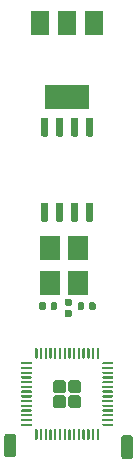
<source format=gbr>
G04 #@! TF.GenerationSoftware,KiCad,Pcbnew,5.1.5+dfsg1-2build2*
G04 #@! TF.CreationDate,2023-02-08T21:01:38+00:00*
G04 #@! TF.ProjectId,video-ram-replacement,76696465-6f2d-4726-916d-2d7265706c61,rev?*
G04 #@! TF.SameCoordinates,Original*
G04 #@! TF.FileFunction,Paste,Top*
G04 #@! TF.FilePolarity,Positive*
%FSLAX46Y46*%
G04 Gerber Fmt 4.6, Leading zero omitted, Abs format (unit mm)*
G04 Created by KiCad (PCBNEW 5.1.5+dfsg1-2build2) date 2023-02-08 21:01:38*
%MOMM*%
%LPD*%
G04 APERTURE LIST*
%ADD10C,0.150000*%
%ADD11R,1.500000X2.000000*%
%ADD12R,3.800000X2.000000*%
%ADD13R,1.800000X2.100000*%
G04 APERTURE END LIST*
D10*
G36*
X178836504Y-158640204D02*
G01*
X178860773Y-158643804D01*
X178884571Y-158649765D01*
X178907671Y-158658030D01*
X178929849Y-158668520D01*
X178950893Y-158681133D01*
X178970598Y-158695747D01*
X178988777Y-158712223D01*
X179005253Y-158730402D01*
X179019867Y-158750107D01*
X179032480Y-158771151D01*
X179042970Y-158793329D01*
X179051235Y-158816429D01*
X179057196Y-158840227D01*
X179060796Y-158864496D01*
X179062000Y-158889000D01*
X179062000Y-160389000D01*
X179060796Y-160413504D01*
X179057196Y-160437773D01*
X179051235Y-160461571D01*
X179042970Y-160484671D01*
X179032480Y-160506849D01*
X179019867Y-160527893D01*
X179005253Y-160547598D01*
X178988777Y-160565777D01*
X178970598Y-160582253D01*
X178950893Y-160596867D01*
X178929849Y-160609480D01*
X178907671Y-160619970D01*
X178884571Y-160628235D01*
X178860773Y-160634196D01*
X178836504Y-160637796D01*
X178812000Y-160639000D01*
X178312000Y-160639000D01*
X178287496Y-160637796D01*
X178263227Y-160634196D01*
X178239429Y-160628235D01*
X178216329Y-160619970D01*
X178194151Y-160609480D01*
X178173107Y-160596867D01*
X178153402Y-160582253D01*
X178135223Y-160565777D01*
X178118747Y-160547598D01*
X178104133Y-160527893D01*
X178091520Y-160506849D01*
X178081030Y-160484671D01*
X178072765Y-160461571D01*
X178066804Y-160437773D01*
X178063204Y-160413504D01*
X178062000Y-160389000D01*
X178062000Y-158889000D01*
X178063204Y-158864496D01*
X178066804Y-158840227D01*
X178072765Y-158816429D01*
X178081030Y-158793329D01*
X178091520Y-158771151D01*
X178104133Y-158750107D01*
X178118747Y-158730402D01*
X178135223Y-158712223D01*
X178153402Y-158695747D01*
X178173107Y-158681133D01*
X178194151Y-158668520D01*
X178216329Y-158658030D01*
X178239429Y-158649765D01*
X178263227Y-158643804D01*
X178287496Y-158640204D01*
X178312000Y-158639000D01*
X178812000Y-158639000D01*
X178836504Y-158640204D01*
G37*
G36*
X188742504Y-158767204D02*
G01*
X188766773Y-158770804D01*
X188790571Y-158776765D01*
X188813671Y-158785030D01*
X188835849Y-158795520D01*
X188856893Y-158808133D01*
X188876598Y-158822747D01*
X188894777Y-158839223D01*
X188911253Y-158857402D01*
X188925867Y-158877107D01*
X188938480Y-158898151D01*
X188948970Y-158920329D01*
X188957235Y-158943429D01*
X188963196Y-158967227D01*
X188966796Y-158991496D01*
X188968000Y-159016000D01*
X188968000Y-160516000D01*
X188966796Y-160540504D01*
X188963196Y-160564773D01*
X188957235Y-160588571D01*
X188948970Y-160611671D01*
X188938480Y-160633849D01*
X188925867Y-160654893D01*
X188911253Y-160674598D01*
X188894777Y-160692777D01*
X188876598Y-160709253D01*
X188856893Y-160723867D01*
X188835849Y-160736480D01*
X188813671Y-160746970D01*
X188790571Y-160755235D01*
X188766773Y-160761196D01*
X188742504Y-160764796D01*
X188718000Y-160766000D01*
X188218000Y-160766000D01*
X188193496Y-160764796D01*
X188169227Y-160761196D01*
X188145429Y-160755235D01*
X188122329Y-160746970D01*
X188100151Y-160736480D01*
X188079107Y-160723867D01*
X188059402Y-160709253D01*
X188041223Y-160692777D01*
X188024747Y-160674598D01*
X188010133Y-160654893D01*
X187997520Y-160633849D01*
X187987030Y-160611671D01*
X187978765Y-160588571D01*
X187972804Y-160564773D01*
X187969204Y-160540504D01*
X187968000Y-160516000D01*
X187968000Y-159016000D01*
X187969204Y-158991496D01*
X187972804Y-158967227D01*
X187978765Y-158943429D01*
X187987030Y-158920329D01*
X187997520Y-158898151D01*
X188010133Y-158877107D01*
X188024747Y-158857402D01*
X188041223Y-158839223D01*
X188059402Y-158822747D01*
X188079107Y-158808133D01*
X188100151Y-158795520D01*
X188122329Y-158785030D01*
X188145429Y-158776765D01*
X188169227Y-158770804D01*
X188193496Y-158767204D01*
X188218000Y-158766000D01*
X188718000Y-158766000D01*
X188742504Y-158767204D01*
G37*
D11*
X185688000Y-123850000D03*
X181088000Y-123850000D03*
X183388000Y-123850000D03*
D12*
X183388000Y-130150000D03*
D10*
G36*
X185457703Y-139071722D02*
G01*
X185472264Y-139073882D01*
X185486543Y-139077459D01*
X185500403Y-139082418D01*
X185513710Y-139088712D01*
X185526336Y-139096280D01*
X185538159Y-139105048D01*
X185549066Y-139114934D01*
X185558952Y-139125841D01*
X185567720Y-139137664D01*
X185575288Y-139150290D01*
X185581582Y-139163597D01*
X185586541Y-139177457D01*
X185590118Y-139191736D01*
X185592278Y-139206297D01*
X185593000Y-139221000D01*
X185593000Y-140521000D01*
X185592278Y-140535703D01*
X185590118Y-140550264D01*
X185586541Y-140564543D01*
X185581582Y-140578403D01*
X185575288Y-140591710D01*
X185567720Y-140604336D01*
X185558952Y-140616159D01*
X185549066Y-140627066D01*
X185538159Y-140636952D01*
X185526336Y-140645720D01*
X185513710Y-140653288D01*
X185500403Y-140659582D01*
X185486543Y-140664541D01*
X185472264Y-140668118D01*
X185457703Y-140670278D01*
X185443000Y-140671000D01*
X185143000Y-140671000D01*
X185128297Y-140670278D01*
X185113736Y-140668118D01*
X185099457Y-140664541D01*
X185085597Y-140659582D01*
X185072290Y-140653288D01*
X185059664Y-140645720D01*
X185047841Y-140636952D01*
X185036934Y-140627066D01*
X185027048Y-140616159D01*
X185018280Y-140604336D01*
X185010712Y-140591710D01*
X185004418Y-140578403D01*
X184999459Y-140564543D01*
X184995882Y-140550264D01*
X184993722Y-140535703D01*
X184993000Y-140521000D01*
X184993000Y-139221000D01*
X184993722Y-139206297D01*
X184995882Y-139191736D01*
X184999459Y-139177457D01*
X185004418Y-139163597D01*
X185010712Y-139150290D01*
X185018280Y-139137664D01*
X185027048Y-139125841D01*
X185036934Y-139114934D01*
X185047841Y-139105048D01*
X185059664Y-139096280D01*
X185072290Y-139088712D01*
X185085597Y-139082418D01*
X185099457Y-139077459D01*
X185113736Y-139073882D01*
X185128297Y-139071722D01*
X185143000Y-139071000D01*
X185443000Y-139071000D01*
X185457703Y-139071722D01*
G37*
G36*
X184187703Y-139071722D02*
G01*
X184202264Y-139073882D01*
X184216543Y-139077459D01*
X184230403Y-139082418D01*
X184243710Y-139088712D01*
X184256336Y-139096280D01*
X184268159Y-139105048D01*
X184279066Y-139114934D01*
X184288952Y-139125841D01*
X184297720Y-139137664D01*
X184305288Y-139150290D01*
X184311582Y-139163597D01*
X184316541Y-139177457D01*
X184320118Y-139191736D01*
X184322278Y-139206297D01*
X184323000Y-139221000D01*
X184323000Y-140521000D01*
X184322278Y-140535703D01*
X184320118Y-140550264D01*
X184316541Y-140564543D01*
X184311582Y-140578403D01*
X184305288Y-140591710D01*
X184297720Y-140604336D01*
X184288952Y-140616159D01*
X184279066Y-140627066D01*
X184268159Y-140636952D01*
X184256336Y-140645720D01*
X184243710Y-140653288D01*
X184230403Y-140659582D01*
X184216543Y-140664541D01*
X184202264Y-140668118D01*
X184187703Y-140670278D01*
X184173000Y-140671000D01*
X183873000Y-140671000D01*
X183858297Y-140670278D01*
X183843736Y-140668118D01*
X183829457Y-140664541D01*
X183815597Y-140659582D01*
X183802290Y-140653288D01*
X183789664Y-140645720D01*
X183777841Y-140636952D01*
X183766934Y-140627066D01*
X183757048Y-140616159D01*
X183748280Y-140604336D01*
X183740712Y-140591710D01*
X183734418Y-140578403D01*
X183729459Y-140564543D01*
X183725882Y-140550264D01*
X183723722Y-140535703D01*
X183723000Y-140521000D01*
X183723000Y-139221000D01*
X183723722Y-139206297D01*
X183725882Y-139191736D01*
X183729459Y-139177457D01*
X183734418Y-139163597D01*
X183740712Y-139150290D01*
X183748280Y-139137664D01*
X183757048Y-139125841D01*
X183766934Y-139114934D01*
X183777841Y-139105048D01*
X183789664Y-139096280D01*
X183802290Y-139088712D01*
X183815597Y-139082418D01*
X183829457Y-139077459D01*
X183843736Y-139073882D01*
X183858297Y-139071722D01*
X183873000Y-139071000D01*
X184173000Y-139071000D01*
X184187703Y-139071722D01*
G37*
G36*
X182917703Y-139071722D02*
G01*
X182932264Y-139073882D01*
X182946543Y-139077459D01*
X182960403Y-139082418D01*
X182973710Y-139088712D01*
X182986336Y-139096280D01*
X182998159Y-139105048D01*
X183009066Y-139114934D01*
X183018952Y-139125841D01*
X183027720Y-139137664D01*
X183035288Y-139150290D01*
X183041582Y-139163597D01*
X183046541Y-139177457D01*
X183050118Y-139191736D01*
X183052278Y-139206297D01*
X183053000Y-139221000D01*
X183053000Y-140521000D01*
X183052278Y-140535703D01*
X183050118Y-140550264D01*
X183046541Y-140564543D01*
X183041582Y-140578403D01*
X183035288Y-140591710D01*
X183027720Y-140604336D01*
X183018952Y-140616159D01*
X183009066Y-140627066D01*
X182998159Y-140636952D01*
X182986336Y-140645720D01*
X182973710Y-140653288D01*
X182960403Y-140659582D01*
X182946543Y-140664541D01*
X182932264Y-140668118D01*
X182917703Y-140670278D01*
X182903000Y-140671000D01*
X182603000Y-140671000D01*
X182588297Y-140670278D01*
X182573736Y-140668118D01*
X182559457Y-140664541D01*
X182545597Y-140659582D01*
X182532290Y-140653288D01*
X182519664Y-140645720D01*
X182507841Y-140636952D01*
X182496934Y-140627066D01*
X182487048Y-140616159D01*
X182478280Y-140604336D01*
X182470712Y-140591710D01*
X182464418Y-140578403D01*
X182459459Y-140564543D01*
X182455882Y-140550264D01*
X182453722Y-140535703D01*
X182453000Y-140521000D01*
X182453000Y-139221000D01*
X182453722Y-139206297D01*
X182455882Y-139191736D01*
X182459459Y-139177457D01*
X182464418Y-139163597D01*
X182470712Y-139150290D01*
X182478280Y-139137664D01*
X182487048Y-139125841D01*
X182496934Y-139114934D01*
X182507841Y-139105048D01*
X182519664Y-139096280D01*
X182532290Y-139088712D01*
X182545597Y-139082418D01*
X182559457Y-139077459D01*
X182573736Y-139073882D01*
X182588297Y-139071722D01*
X182603000Y-139071000D01*
X182903000Y-139071000D01*
X182917703Y-139071722D01*
G37*
G36*
X181647703Y-139071722D02*
G01*
X181662264Y-139073882D01*
X181676543Y-139077459D01*
X181690403Y-139082418D01*
X181703710Y-139088712D01*
X181716336Y-139096280D01*
X181728159Y-139105048D01*
X181739066Y-139114934D01*
X181748952Y-139125841D01*
X181757720Y-139137664D01*
X181765288Y-139150290D01*
X181771582Y-139163597D01*
X181776541Y-139177457D01*
X181780118Y-139191736D01*
X181782278Y-139206297D01*
X181783000Y-139221000D01*
X181783000Y-140521000D01*
X181782278Y-140535703D01*
X181780118Y-140550264D01*
X181776541Y-140564543D01*
X181771582Y-140578403D01*
X181765288Y-140591710D01*
X181757720Y-140604336D01*
X181748952Y-140616159D01*
X181739066Y-140627066D01*
X181728159Y-140636952D01*
X181716336Y-140645720D01*
X181703710Y-140653288D01*
X181690403Y-140659582D01*
X181676543Y-140664541D01*
X181662264Y-140668118D01*
X181647703Y-140670278D01*
X181633000Y-140671000D01*
X181333000Y-140671000D01*
X181318297Y-140670278D01*
X181303736Y-140668118D01*
X181289457Y-140664541D01*
X181275597Y-140659582D01*
X181262290Y-140653288D01*
X181249664Y-140645720D01*
X181237841Y-140636952D01*
X181226934Y-140627066D01*
X181217048Y-140616159D01*
X181208280Y-140604336D01*
X181200712Y-140591710D01*
X181194418Y-140578403D01*
X181189459Y-140564543D01*
X181185882Y-140550264D01*
X181183722Y-140535703D01*
X181183000Y-140521000D01*
X181183000Y-139221000D01*
X181183722Y-139206297D01*
X181185882Y-139191736D01*
X181189459Y-139177457D01*
X181194418Y-139163597D01*
X181200712Y-139150290D01*
X181208280Y-139137664D01*
X181217048Y-139125841D01*
X181226934Y-139114934D01*
X181237841Y-139105048D01*
X181249664Y-139096280D01*
X181262290Y-139088712D01*
X181275597Y-139082418D01*
X181289457Y-139077459D01*
X181303736Y-139073882D01*
X181318297Y-139071722D01*
X181333000Y-139071000D01*
X181633000Y-139071000D01*
X181647703Y-139071722D01*
G37*
G36*
X181647703Y-131871722D02*
G01*
X181662264Y-131873882D01*
X181676543Y-131877459D01*
X181690403Y-131882418D01*
X181703710Y-131888712D01*
X181716336Y-131896280D01*
X181728159Y-131905048D01*
X181739066Y-131914934D01*
X181748952Y-131925841D01*
X181757720Y-131937664D01*
X181765288Y-131950290D01*
X181771582Y-131963597D01*
X181776541Y-131977457D01*
X181780118Y-131991736D01*
X181782278Y-132006297D01*
X181783000Y-132021000D01*
X181783000Y-133321000D01*
X181782278Y-133335703D01*
X181780118Y-133350264D01*
X181776541Y-133364543D01*
X181771582Y-133378403D01*
X181765288Y-133391710D01*
X181757720Y-133404336D01*
X181748952Y-133416159D01*
X181739066Y-133427066D01*
X181728159Y-133436952D01*
X181716336Y-133445720D01*
X181703710Y-133453288D01*
X181690403Y-133459582D01*
X181676543Y-133464541D01*
X181662264Y-133468118D01*
X181647703Y-133470278D01*
X181633000Y-133471000D01*
X181333000Y-133471000D01*
X181318297Y-133470278D01*
X181303736Y-133468118D01*
X181289457Y-133464541D01*
X181275597Y-133459582D01*
X181262290Y-133453288D01*
X181249664Y-133445720D01*
X181237841Y-133436952D01*
X181226934Y-133427066D01*
X181217048Y-133416159D01*
X181208280Y-133404336D01*
X181200712Y-133391710D01*
X181194418Y-133378403D01*
X181189459Y-133364543D01*
X181185882Y-133350264D01*
X181183722Y-133335703D01*
X181183000Y-133321000D01*
X181183000Y-132021000D01*
X181183722Y-132006297D01*
X181185882Y-131991736D01*
X181189459Y-131977457D01*
X181194418Y-131963597D01*
X181200712Y-131950290D01*
X181208280Y-131937664D01*
X181217048Y-131925841D01*
X181226934Y-131914934D01*
X181237841Y-131905048D01*
X181249664Y-131896280D01*
X181262290Y-131888712D01*
X181275597Y-131882418D01*
X181289457Y-131877459D01*
X181303736Y-131873882D01*
X181318297Y-131871722D01*
X181333000Y-131871000D01*
X181633000Y-131871000D01*
X181647703Y-131871722D01*
G37*
G36*
X182917703Y-131871722D02*
G01*
X182932264Y-131873882D01*
X182946543Y-131877459D01*
X182960403Y-131882418D01*
X182973710Y-131888712D01*
X182986336Y-131896280D01*
X182998159Y-131905048D01*
X183009066Y-131914934D01*
X183018952Y-131925841D01*
X183027720Y-131937664D01*
X183035288Y-131950290D01*
X183041582Y-131963597D01*
X183046541Y-131977457D01*
X183050118Y-131991736D01*
X183052278Y-132006297D01*
X183053000Y-132021000D01*
X183053000Y-133321000D01*
X183052278Y-133335703D01*
X183050118Y-133350264D01*
X183046541Y-133364543D01*
X183041582Y-133378403D01*
X183035288Y-133391710D01*
X183027720Y-133404336D01*
X183018952Y-133416159D01*
X183009066Y-133427066D01*
X182998159Y-133436952D01*
X182986336Y-133445720D01*
X182973710Y-133453288D01*
X182960403Y-133459582D01*
X182946543Y-133464541D01*
X182932264Y-133468118D01*
X182917703Y-133470278D01*
X182903000Y-133471000D01*
X182603000Y-133471000D01*
X182588297Y-133470278D01*
X182573736Y-133468118D01*
X182559457Y-133464541D01*
X182545597Y-133459582D01*
X182532290Y-133453288D01*
X182519664Y-133445720D01*
X182507841Y-133436952D01*
X182496934Y-133427066D01*
X182487048Y-133416159D01*
X182478280Y-133404336D01*
X182470712Y-133391710D01*
X182464418Y-133378403D01*
X182459459Y-133364543D01*
X182455882Y-133350264D01*
X182453722Y-133335703D01*
X182453000Y-133321000D01*
X182453000Y-132021000D01*
X182453722Y-132006297D01*
X182455882Y-131991736D01*
X182459459Y-131977457D01*
X182464418Y-131963597D01*
X182470712Y-131950290D01*
X182478280Y-131937664D01*
X182487048Y-131925841D01*
X182496934Y-131914934D01*
X182507841Y-131905048D01*
X182519664Y-131896280D01*
X182532290Y-131888712D01*
X182545597Y-131882418D01*
X182559457Y-131877459D01*
X182573736Y-131873882D01*
X182588297Y-131871722D01*
X182603000Y-131871000D01*
X182903000Y-131871000D01*
X182917703Y-131871722D01*
G37*
G36*
X184187703Y-131871722D02*
G01*
X184202264Y-131873882D01*
X184216543Y-131877459D01*
X184230403Y-131882418D01*
X184243710Y-131888712D01*
X184256336Y-131896280D01*
X184268159Y-131905048D01*
X184279066Y-131914934D01*
X184288952Y-131925841D01*
X184297720Y-131937664D01*
X184305288Y-131950290D01*
X184311582Y-131963597D01*
X184316541Y-131977457D01*
X184320118Y-131991736D01*
X184322278Y-132006297D01*
X184323000Y-132021000D01*
X184323000Y-133321000D01*
X184322278Y-133335703D01*
X184320118Y-133350264D01*
X184316541Y-133364543D01*
X184311582Y-133378403D01*
X184305288Y-133391710D01*
X184297720Y-133404336D01*
X184288952Y-133416159D01*
X184279066Y-133427066D01*
X184268159Y-133436952D01*
X184256336Y-133445720D01*
X184243710Y-133453288D01*
X184230403Y-133459582D01*
X184216543Y-133464541D01*
X184202264Y-133468118D01*
X184187703Y-133470278D01*
X184173000Y-133471000D01*
X183873000Y-133471000D01*
X183858297Y-133470278D01*
X183843736Y-133468118D01*
X183829457Y-133464541D01*
X183815597Y-133459582D01*
X183802290Y-133453288D01*
X183789664Y-133445720D01*
X183777841Y-133436952D01*
X183766934Y-133427066D01*
X183757048Y-133416159D01*
X183748280Y-133404336D01*
X183740712Y-133391710D01*
X183734418Y-133378403D01*
X183729459Y-133364543D01*
X183725882Y-133350264D01*
X183723722Y-133335703D01*
X183723000Y-133321000D01*
X183723000Y-132021000D01*
X183723722Y-132006297D01*
X183725882Y-131991736D01*
X183729459Y-131977457D01*
X183734418Y-131963597D01*
X183740712Y-131950290D01*
X183748280Y-131937664D01*
X183757048Y-131925841D01*
X183766934Y-131914934D01*
X183777841Y-131905048D01*
X183789664Y-131896280D01*
X183802290Y-131888712D01*
X183815597Y-131882418D01*
X183829457Y-131877459D01*
X183843736Y-131873882D01*
X183858297Y-131871722D01*
X183873000Y-131871000D01*
X184173000Y-131871000D01*
X184187703Y-131871722D01*
G37*
G36*
X185457703Y-131871722D02*
G01*
X185472264Y-131873882D01*
X185486543Y-131877459D01*
X185500403Y-131882418D01*
X185513710Y-131888712D01*
X185526336Y-131896280D01*
X185538159Y-131905048D01*
X185549066Y-131914934D01*
X185558952Y-131925841D01*
X185567720Y-131937664D01*
X185575288Y-131950290D01*
X185581582Y-131963597D01*
X185586541Y-131977457D01*
X185590118Y-131991736D01*
X185592278Y-132006297D01*
X185593000Y-132021000D01*
X185593000Y-133321000D01*
X185592278Y-133335703D01*
X185590118Y-133350264D01*
X185586541Y-133364543D01*
X185581582Y-133378403D01*
X185575288Y-133391710D01*
X185567720Y-133404336D01*
X185558952Y-133416159D01*
X185549066Y-133427066D01*
X185538159Y-133436952D01*
X185526336Y-133445720D01*
X185513710Y-133453288D01*
X185500403Y-133459582D01*
X185486543Y-133464541D01*
X185472264Y-133468118D01*
X185457703Y-133470278D01*
X185443000Y-133471000D01*
X185143000Y-133471000D01*
X185128297Y-133470278D01*
X185113736Y-133468118D01*
X185099457Y-133464541D01*
X185085597Y-133459582D01*
X185072290Y-133453288D01*
X185059664Y-133445720D01*
X185047841Y-133436952D01*
X185036934Y-133427066D01*
X185027048Y-133416159D01*
X185018280Y-133404336D01*
X185010712Y-133391710D01*
X185004418Y-133378403D01*
X184999459Y-133364543D01*
X184995882Y-133350264D01*
X184993722Y-133335703D01*
X184993000Y-133321000D01*
X184993000Y-132021000D01*
X184993722Y-132006297D01*
X184995882Y-131991736D01*
X184999459Y-131977457D01*
X185004418Y-131963597D01*
X185010712Y-131950290D01*
X185018280Y-131937664D01*
X185027048Y-131925841D01*
X185036934Y-131914934D01*
X185047841Y-131905048D01*
X185059664Y-131896280D01*
X185072290Y-131888712D01*
X185085597Y-131882418D01*
X185099457Y-131877459D01*
X185113736Y-131873882D01*
X185128297Y-131871722D01*
X185143000Y-131871000D01*
X185443000Y-131871000D01*
X185457703Y-131871722D01*
G37*
G36*
X184342221Y-155366687D02*
G01*
X184366490Y-155370287D01*
X184390288Y-155376248D01*
X184413388Y-155384513D01*
X184435566Y-155395003D01*
X184456610Y-155407616D01*
X184476315Y-155422230D01*
X184494494Y-155438706D01*
X184510970Y-155456885D01*
X184525584Y-155476590D01*
X184538197Y-155497634D01*
X184548687Y-155519812D01*
X184556952Y-155542912D01*
X184562913Y-155566710D01*
X184566513Y-155590979D01*
X184567717Y-155615483D01*
X184567717Y-156199917D01*
X184566513Y-156224421D01*
X184562913Y-156248690D01*
X184556952Y-156272488D01*
X184548687Y-156295588D01*
X184538197Y-156317766D01*
X184525584Y-156338810D01*
X184510970Y-156358515D01*
X184494494Y-156376694D01*
X184476315Y-156393170D01*
X184456610Y-156407784D01*
X184435566Y-156420397D01*
X184413388Y-156430887D01*
X184390288Y-156439152D01*
X184366490Y-156445113D01*
X184342221Y-156448713D01*
X184317717Y-156449917D01*
X183733283Y-156449917D01*
X183708779Y-156448713D01*
X183684510Y-156445113D01*
X183660712Y-156439152D01*
X183637612Y-156430887D01*
X183615434Y-156420397D01*
X183594390Y-156407784D01*
X183574685Y-156393170D01*
X183556506Y-156376694D01*
X183540030Y-156358515D01*
X183525416Y-156338810D01*
X183512803Y-156317766D01*
X183502313Y-156295588D01*
X183494048Y-156272488D01*
X183488087Y-156248690D01*
X183484487Y-156224421D01*
X183483283Y-156199917D01*
X183483283Y-155615483D01*
X183484487Y-155590979D01*
X183488087Y-155566710D01*
X183494048Y-155542912D01*
X183502313Y-155519812D01*
X183512803Y-155497634D01*
X183525416Y-155476590D01*
X183540030Y-155456885D01*
X183556506Y-155438706D01*
X183574685Y-155422230D01*
X183594390Y-155407616D01*
X183615434Y-155395003D01*
X183637612Y-155384513D01*
X183660712Y-155376248D01*
X183684510Y-155370287D01*
X183708779Y-155366687D01*
X183733283Y-155365483D01*
X184317717Y-155365483D01*
X184342221Y-155366687D01*
G37*
G36*
X184342221Y-154091687D02*
G01*
X184366490Y-154095287D01*
X184390288Y-154101248D01*
X184413388Y-154109513D01*
X184435566Y-154120003D01*
X184456610Y-154132616D01*
X184476315Y-154147230D01*
X184494494Y-154163706D01*
X184510970Y-154181885D01*
X184525584Y-154201590D01*
X184538197Y-154222634D01*
X184548687Y-154244812D01*
X184556952Y-154267912D01*
X184562913Y-154291710D01*
X184566513Y-154315979D01*
X184567717Y-154340483D01*
X184567717Y-154924917D01*
X184566513Y-154949421D01*
X184562913Y-154973690D01*
X184556952Y-154997488D01*
X184548687Y-155020588D01*
X184538197Y-155042766D01*
X184525584Y-155063810D01*
X184510970Y-155083515D01*
X184494494Y-155101694D01*
X184476315Y-155118170D01*
X184456610Y-155132784D01*
X184435566Y-155145397D01*
X184413388Y-155155887D01*
X184390288Y-155164152D01*
X184366490Y-155170113D01*
X184342221Y-155173713D01*
X184317717Y-155174917D01*
X183733283Y-155174917D01*
X183708779Y-155173713D01*
X183684510Y-155170113D01*
X183660712Y-155164152D01*
X183637612Y-155155887D01*
X183615434Y-155145397D01*
X183594390Y-155132784D01*
X183574685Y-155118170D01*
X183556506Y-155101694D01*
X183540030Y-155083515D01*
X183525416Y-155063810D01*
X183512803Y-155042766D01*
X183502313Y-155020588D01*
X183494048Y-154997488D01*
X183488087Y-154973690D01*
X183484487Y-154949421D01*
X183483283Y-154924917D01*
X183483283Y-154340483D01*
X183484487Y-154315979D01*
X183488087Y-154291710D01*
X183494048Y-154267912D01*
X183502313Y-154244812D01*
X183512803Y-154222634D01*
X183525416Y-154201590D01*
X183540030Y-154181885D01*
X183556506Y-154163706D01*
X183574685Y-154147230D01*
X183594390Y-154132616D01*
X183615434Y-154120003D01*
X183637612Y-154109513D01*
X183660712Y-154101248D01*
X183684510Y-154095287D01*
X183708779Y-154091687D01*
X183733283Y-154090483D01*
X184317717Y-154090483D01*
X184342221Y-154091687D01*
G37*
G36*
X183067221Y-155366687D02*
G01*
X183091490Y-155370287D01*
X183115288Y-155376248D01*
X183138388Y-155384513D01*
X183160566Y-155395003D01*
X183181610Y-155407616D01*
X183201315Y-155422230D01*
X183219494Y-155438706D01*
X183235970Y-155456885D01*
X183250584Y-155476590D01*
X183263197Y-155497634D01*
X183273687Y-155519812D01*
X183281952Y-155542912D01*
X183287913Y-155566710D01*
X183291513Y-155590979D01*
X183292717Y-155615483D01*
X183292717Y-156199917D01*
X183291513Y-156224421D01*
X183287913Y-156248690D01*
X183281952Y-156272488D01*
X183273687Y-156295588D01*
X183263197Y-156317766D01*
X183250584Y-156338810D01*
X183235970Y-156358515D01*
X183219494Y-156376694D01*
X183201315Y-156393170D01*
X183181610Y-156407784D01*
X183160566Y-156420397D01*
X183138388Y-156430887D01*
X183115288Y-156439152D01*
X183091490Y-156445113D01*
X183067221Y-156448713D01*
X183042717Y-156449917D01*
X182458283Y-156449917D01*
X182433779Y-156448713D01*
X182409510Y-156445113D01*
X182385712Y-156439152D01*
X182362612Y-156430887D01*
X182340434Y-156420397D01*
X182319390Y-156407784D01*
X182299685Y-156393170D01*
X182281506Y-156376694D01*
X182265030Y-156358515D01*
X182250416Y-156338810D01*
X182237803Y-156317766D01*
X182227313Y-156295588D01*
X182219048Y-156272488D01*
X182213087Y-156248690D01*
X182209487Y-156224421D01*
X182208283Y-156199917D01*
X182208283Y-155615483D01*
X182209487Y-155590979D01*
X182213087Y-155566710D01*
X182219048Y-155542912D01*
X182227313Y-155519812D01*
X182237803Y-155497634D01*
X182250416Y-155476590D01*
X182265030Y-155456885D01*
X182281506Y-155438706D01*
X182299685Y-155422230D01*
X182319390Y-155407616D01*
X182340434Y-155395003D01*
X182362612Y-155384513D01*
X182385712Y-155376248D01*
X182409510Y-155370287D01*
X182433779Y-155366687D01*
X182458283Y-155365483D01*
X183042717Y-155365483D01*
X183067221Y-155366687D01*
G37*
G36*
X183067221Y-154091687D02*
G01*
X183091490Y-154095287D01*
X183115288Y-154101248D01*
X183138388Y-154109513D01*
X183160566Y-154120003D01*
X183181610Y-154132616D01*
X183201315Y-154147230D01*
X183219494Y-154163706D01*
X183235970Y-154181885D01*
X183250584Y-154201590D01*
X183263197Y-154222634D01*
X183273687Y-154244812D01*
X183281952Y-154267912D01*
X183287913Y-154291710D01*
X183291513Y-154315979D01*
X183292717Y-154340483D01*
X183292717Y-154924917D01*
X183291513Y-154949421D01*
X183287913Y-154973690D01*
X183281952Y-154997488D01*
X183273687Y-155020588D01*
X183263197Y-155042766D01*
X183250584Y-155063810D01*
X183235970Y-155083515D01*
X183219494Y-155101694D01*
X183201315Y-155118170D01*
X183181610Y-155132784D01*
X183160566Y-155145397D01*
X183138388Y-155155887D01*
X183115288Y-155164152D01*
X183091490Y-155170113D01*
X183067221Y-155173713D01*
X183042717Y-155174917D01*
X182458283Y-155174917D01*
X182433779Y-155173713D01*
X182409510Y-155170113D01*
X182385712Y-155164152D01*
X182362612Y-155155887D01*
X182340434Y-155145397D01*
X182319390Y-155132784D01*
X182299685Y-155118170D01*
X182281506Y-155101694D01*
X182265030Y-155083515D01*
X182250416Y-155063810D01*
X182237803Y-155042766D01*
X182227313Y-155020588D01*
X182219048Y-154997488D01*
X182213087Y-154973690D01*
X182209487Y-154949421D01*
X182208283Y-154924917D01*
X182208283Y-154340483D01*
X182209487Y-154315979D01*
X182213087Y-154291710D01*
X182219048Y-154267912D01*
X182227313Y-154244812D01*
X182237803Y-154222634D01*
X182250416Y-154201590D01*
X182265030Y-154181885D01*
X182281506Y-154163706D01*
X182299685Y-154147230D01*
X182319390Y-154132616D01*
X182340434Y-154120003D01*
X182362612Y-154109513D01*
X182385712Y-154101248D01*
X182409510Y-154095287D01*
X182433779Y-154091687D01*
X182458283Y-154090483D01*
X183042717Y-154090483D01*
X183067221Y-154091687D01*
G37*
G36*
X187217901Y-157770441D02*
G01*
X187222755Y-157771161D01*
X187227514Y-157772353D01*
X187232134Y-157774006D01*
X187236570Y-157776104D01*
X187240779Y-157778627D01*
X187244720Y-157781549D01*
X187248355Y-157784845D01*
X187251651Y-157788480D01*
X187254573Y-157792421D01*
X187257096Y-157796630D01*
X187259194Y-157801066D01*
X187260847Y-157805686D01*
X187262039Y-157810445D01*
X187262759Y-157815299D01*
X187263000Y-157820200D01*
X187263000Y-157920200D01*
X187262759Y-157925101D01*
X187262039Y-157929955D01*
X187260847Y-157934714D01*
X187259194Y-157939334D01*
X187257096Y-157943770D01*
X187254573Y-157947979D01*
X187251651Y-157951920D01*
X187248355Y-157955555D01*
X187244720Y-157958851D01*
X187240779Y-157961773D01*
X187236570Y-157964296D01*
X187232134Y-157966394D01*
X187227514Y-157968047D01*
X187222755Y-157969239D01*
X187217901Y-157969959D01*
X187213000Y-157970200D01*
X186438000Y-157970200D01*
X186433099Y-157969959D01*
X186428245Y-157969239D01*
X186423486Y-157968047D01*
X186418866Y-157966394D01*
X186414430Y-157964296D01*
X186410221Y-157961773D01*
X186406280Y-157958851D01*
X186402645Y-157955555D01*
X186399349Y-157951920D01*
X186396427Y-157947979D01*
X186393904Y-157943770D01*
X186391806Y-157939334D01*
X186390153Y-157934714D01*
X186388961Y-157929955D01*
X186388241Y-157925101D01*
X186388000Y-157920200D01*
X186388000Y-157820200D01*
X186388241Y-157815299D01*
X186388961Y-157810445D01*
X186390153Y-157805686D01*
X186391806Y-157801066D01*
X186393904Y-157796630D01*
X186396427Y-157792421D01*
X186399349Y-157788480D01*
X186402645Y-157784845D01*
X186406280Y-157781549D01*
X186410221Y-157778627D01*
X186414430Y-157776104D01*
X186418866Y-157774006D01*
X186423486Y-157772353D01*
X186428245Y-157771161D01*
X186433099Y-157770441D01*
X186438000Y-157770200D01*
X187213000Y-157770200D01*
X187217901Y-157770441D01*
G37*
G36*
X187217901Y-157370441D02*
G01*
X187222755Y-157371161D01*
X187227514Y-157372353D01*
X187232134Y-157374006D01*
X187236570Y-157376104D01*
X187240779Y-157378627D01*
X187244720Y-157381549D01*
X187248355Y-157384845D01*
X187251651Y-157388480D01*
X187254573Y-157392421D01*
X187257096Y-157396630D01*
X187259194Y-157401066D01*
X187260847Y-157405686D01*
X187262039Y-157410445D01*
X187262759Y-157415299D01*
X187263000Y-157420200D01*
X187263000Y-157520200D01*
X187262759Y-157525101D01*
X187262039Y-157529955D01*
X187260847Y-157534714D01*
X187259194Y-157539334D01*
X187257096Y-157543770D01*
X187254573Y-157547979D01*
X187251651Y-157551920D01*
X187248355Y-157555555D01*
X187244720Y-157558851D01*
X187240779Y-157561773D01*
X187236570Y-157564296D01*
X187232134Y-157566394D01*
X187227514Y-157568047D01*
X187222755Y-157569239D01*
X187217901Y-157569959D01*
X187213000Y-157570200D01*
X186438000Y-157570200D01*
X186433099Y-157569959D01*
X186428245Y-157569239D01*
X186423486Y-157568047D01*
X186418866Y-157566394D01*
X186414430Y-157564296D01*
X186410221Y-157561773D01*
X186406280Y-157558851D01*
X186402645Y-157555555D01*
X186399349Y-157551920D01*
X186396427Y-157547979D01*
X186393904Y-157543770D01*
X186391806Y-157539334D01*
X186390153Y-157534714D01*
X186388961Y-157529955D01*
X186388241Y-157525101D01*
X186388000Y-157520200D01*
X186388000Y-157420200D01*
X186388241Y-157415299D01*
X186388961Y-157410445D01*
X186390153Y-157405686D01*
X186391806Y-157401066D01*
X186393904Y-157396630D01*
X186396427Y-157392421D01*
X186399349Y-157388480D01*
X186402645Y-157384845D01*
X186406280Y-157381549D01*
X186410221Y-157378627D01*
X186414430Y-157376104D01*
X186418866Y-157374006D01*
X186423486Y-157372353D01*
X186428245Y-157371161D01*
X186433099Y-157370441D01*
X186438000Y-157370200D01*
X187213000Y-157370200D01*
X187217901Y-157370441D01*
G37*
G36*
X187217901Y-156970441D02*
G01*
X187222755Y-156971161D01*
X187227514Y-156972353D01*
X187232134Y-156974006D01*
X187236570Y-156976104D01*
X187240779Y-156978627D01*
X187244720Y-156981549D01*
X187248355Y-156984845D01*
X187251651Y-156988480D01*
X187254573Y-156992421D01*
X187257096Y-156996630D01*
X187259194Y-157001066D01*
X187260847Y-157005686D01*
X187262039Y-157010445D01*
X187262759Y-157015299D01*
X187263000Y-157020200D01*
X187263000Y-157120200D01*
X187262759Y-157125101D01*
X187262039Y-157129955D01*
X187260847Y-157134714D01*
X187259194Y-157139334D01*
X187257096Y-157143770D01*
X187254573Y-157147979D01*
X187251651Y-157151920D01*
X187248355Y-157155555D01*
X187244720Y-157158851D01*
X187240779Y-157161773D01*
X187236570Y-157164296D01*
X187232134Y-157166394D01*
X187227514Y-157168047D01*
X187222755Y-157169239D01*
X187217901Y-157169959D01*
X187213000Y-157170200D01*
X186438000Y-157170200D01*
X186433099Y-157169959D01*
X186428245Y-157169239D01*
X186423486Y-157168047D01*
X186418866Y-157166394D01*
X186414430Y-157164296D01*
X186410221Y-157161773D01*
X186406280Y-157158851D01*
X186402645Y-157155555D01*
X186399349Y-157151920D01*
X186396427Y-157147979D01*
X186393904Y-157143770D01*
X186391806Y-157139334D01*
X186390153Y-157134714D01*
X186388961Y-157129955D01*
X186388241Y-157125101D01*
X186388000Y-157120200D01*
X186388000Y-157020200D01*
X186388241Y-157015299D01*
X186388961Y-157010445D01*
X186390153Y-157005686D01*
X186391806Y-157001066D01*
X186393904Y-156996630D01*
X186396427Y-156992421D01*
X186399349Y-156988480D01*
X186402645Y-156984845D01*
X186406280Y-156981549D01*
X186410221Y-156978627D01*
X186414430Y-156976104D01*
X186418866Y-156974006D01*
X186423486Y-156972353D01*
X186428245Y-156971161D01*
X186433099Y-156970441D01*
X186438000Y-156970200D01*
X187213000Y-156970200D01*
X187217901Y-156970441D01*
G37*
G36*
X187217901Y-156570441D02*
G01*
X187222755Y-156571161D01*
X187227514Y-156572353D01*
X187232134Y-156574006D01*
X187236570Y-156576104D01*
X187240779Y-156578627D01*
X187244720Y-156581549D01*
X187248355Y-156584845D01*
X187251651Y-156588480D01*
X187254573Y-156592421D01*
X187257096Y-156596630D01*
X187259194Y-156601066D01*
X187260847Y-156605686D01*
X187262039Y-156610445D01*
X187262759Y-156615299D01*
X187263000Y-156620200D01*
X187263000Y-156720200D01*
X187262759Y-156725101D01*
X187262039Y-156729955D01*
X187260847Y-156734714D01*
X187259194Y-156739334D01*
X187257096Y-156743770D01*
X187254573Y-156747979D01*
X187251651Y-156751920D01*
X187248355Y-156755555D01*
X187244720Y-156758851D01*
X187240779Y-156761773D01*
X187236570Y-156764296D01*
X187232134Y-156766394D01*
X187227514Y-156768047D01*
X187222755Y-156769239D01*
X187217901Y-156769959D01*
X187213000Y-156770200D01*
X186438000Y-156770200D01*
X186433099Y-156769959D01*
X186428245Y-156769239D01*
X186423486Y-156768047D01*
X186418866Y-156766394D01*
X186414430Y-156764296D01*
X186410221Y-156761773D01*
X186406280Y-156758851D01*
X186402645Y-156755555D01*
X186399349Y-156751920D01*
X186396427Y-156747979D01*
X186393904Y-156743770D01*
X186391806Y-156739334D01*
X186390153Y-156734714D01*
X186388961Y-156729955D01*
X186388241Y-156725101D01*
X186388000Y-156720200D01*
X186388000Y-156620200D01*
X186388241Y-156615299D01*
X186388961Y-156610445D01*
X186390153Y-156605686D01*
X186391806Y-156601066D01*
X186393904Y-156596630D01*
X186396427Y-156592421D01*
X186399349Y-156588480D01*
X186402645Y-156584845D01*
X186406280Y-156581549D01*
X186410221Y-156578627D01*
X186414430Y-156576104D01*
X186418866Y-156574006D01*
X186423486Y-156572353D01*
X186428245Y-156571161D01*
X186433099Y-156570441D01*
X186438000Y-156570200D01*
X187213000Y-156570200D01*
X187217901Y-156570441D01*
G37*
G36*
X187217901Y-156170441D02*
G01*
X187222755Y-156171161D01*
X187227514Y-156172353D01*
X187232134Y-156174006D01*
X187236570Y-156176104D01*
X187240779Y-156178627D01*
X187244720Y-156181549D01*
X187248355Y-156184845D01*
X187251651Y-156188480D01*
X187254573Y-156192421D01*
X187257096Y-156196630D01*
X187259194Y-156201066D01*
X187260847Y-156205686D01*
X187262039Y-156210445D01*
X187262759Y-156215299D01*
X187263000Y-156220200D01*
X187263000Y-156320200D01*
X187262759Y-156325101D01*
X187262039Y-156329955D01*
X187260847Y-156334714D01*
X187259194Y-156339334D01*
X187257096Y-156343770D01*
X187254573Y-156347979D01*
X187251651Y-156351920D01*
X187248355Y-156355555D01*
X187244720Y-156358851D01*
X187240779Y-156361773D01*
X187236570Y-156364296D01*
X187232134Y-156366394D01*
X187227514Y-156368047D01*
X187222755Y-156369239D01*
X187217901Y-156369959D01*
X187213000Y-156370200D01*
X186438000Y-156370200D01*
X186433099Y-156369959D01*
X186428245Y-156369239D01*
X186423486Y-156368047D01*
X186418866Y-156366394D01*
X186414430Y-156364296D01*
X186410221Y-156361773D01*
X186406280Y-156358851D01*
X186402645Y-156355555D01*
X186399349Y-156351920D01*
X186396427Y-156347979D01*
X186393904Y-156343770D01*
X186391806Y-156339334D01*
X186390153Y-156334714D01*
X186388961Y-156329955D01*
X186388241Y-156325101D01*
X186388000Y-156320200D01*
X186388000Y-156220200D01*
X186388241Y-156215299D01*
X186388961Y-156210445D01*
X186390153Y-156205686D01*
X186391806Y-156201066D01*
X186393904Y-156196630D01*
X186396427Y-156192421D01*
X186399349Y-156188480D01*
X186402645Y-156184845D01*
X186406280Y-156181549D01*
X186410221Y-156178627D01*
X186414430Y-156176104D01*
X186418866Y-156174006D01*
X186423486Y-156172353D01*
X186428245Y-156171161D01*
X186433099Y-156170441D01*
X186438000Y-156170200D01*
X187213000Y-156170200D01*
X187217901Y-156170441D01*
G37*
G36*
X187217901Y-155770441D02*
G01*
X187222755Y-155771161D01*
X187227514Y-155772353D01*
X187232134Y-155774006D01*
X187236570Y-155776104D01*
X187240779Y-155778627D01*
X187244720Y-155781549D01*
X187248355Y-155784845D01*
X187251651Y-155788480D01*
X187254573Y-155792421D01*
X187257096Y-155796630D01*
X187259194Y-155801066D01*
X187260847Y-155805686D01*
X187262039Y-155810445D01*
X187262759Y-155815299D01*
X187263000Y-155820200D01*
X187263000Y-155920200D01*
X187262759Y-155925101D01*
X187262039Y-155929955D01*
X187260847Y-155934714D01*
X187259194Y-155939334D01*
X187257096Y-155943770D01*
X187254573Y-155947979D01*
X187251651Y-155951920D01*
X187248355Y-155955555D01*
X187244720Y-155958851D01*
X187240779Y-155961773D01*
X187236570Y-155964296D01*
X187232134Y-155966394D01*
X187227514Y-155968047D01*
X187222755Y-155969239D01*
X187217901Y-155969959D01*
X187213000Y-155970200D01*
X186438000Y-155970200D01*
X186433099Y-155969959D01*
X186428245Y-155969239D01*
X186423486Y-155968047D01*
X186418866Y-155966394D01*
X186414430Y-155964296D01*
X186410221Y-155961773D01*
X186406280Y-155958851D01*
X186402645Y-155955555D01*
X186399349Y-155951920D01*
X186396427Y-155947979D01*
X186393904Y-155943770D01*
X186391806Y-155939334D01*
X186390153Y-155934714D01*
X186388961Y-155929955D01*
X186388241Y-155925101D01*
X186388000Y-155920200D01*
X186388000Y-155820200D01*
X186388241Y-155815299D01*
X186388961Y-155810445D01*
X186390153Y-155805686D01*
X186391806Y-155801066D01*
X186393904Y-155796630D01*
X186396427Y-155792421D01*
X186399349Y-155788480D01*
X186402645Y-155784845D01*
X186406280Y-155781549D01*
X186410221Y-155778627D01*
X186414430Y-155776104D01*
X186418866Y-155774006D01*
X186423486Y-155772353D01*
X186428245Y-155771161D01*
X186433099Y-155770441D01*
X186438000Y-155770200D01*
X187213000Y-155770200D01*
X187217901Y-155770441D01*
G37*
G36*
X187217901Y-155370441D02*
G01*
X187222755Y-155371161D01*
X187227514Y-155372353D01*
X187232134Y-155374006D01*
X187236570Y-155376104D01*
X187240779Y-155378627D01*
X187244720Y-155381549D01*
X187248355Y-155384845D01*
X187251651Y-155388480D01*
X187254573Y-155392421D01*
X187257096Y-155396630D01*
X187259194Y-155401066D01*
X187260847Y-155405686D01*
X187262039Y-155410445D01*
X187262759Y-155415299D01*
X187263000Y-155420200D01*
X187263000Y-155520200D01*
X187262759Y-155525101D01*
X187262039Y-155529955D01*
X187260847Y-155534714D01*
X187259194Y-155539334D01*
X187257096Y-155543770D01*
X187254573Y-155547979D01*
X187251651Y-155551920D01*
X187248355Y-155555555D01*
X187244720Y-155558851D01*
X187240779Y-155561773D01*
X187236570Y-155564296D01*
X187232134Y-155566394D01*
X187227514Y-155568047D01*
X187222755Y-155569239D01*
X187217901Y-155569959D01*
X187213000Y-155570200D01*
X186438000Y-155570200D01*
X186433099Y-155569959D01*
X186428245Y-155569239D01*
X186423486Y-155568047D01*
X186418866Y-155566394D01*
X186414430Y-155564296D01*
X186410221Y-155561773D01*
X186406280Y-155558851D01*
X186402645Y-155555555D01*
X186399349Y-155551920D01*
X186396427Y-155547979D01*
X186393904Y-155543770D01*
X186391806Y-155539334D01*
X186390153Y-155534714D01*
X186388961Y-155529955D01*
X186388241Y-155525101D01*
X186388000Y-155520200D01*
X186388000Y-155420200D01*
X186388241Y-155415299D01*
X186388961Y-155410445D01*
X186390153Y-155405686D01*
X186391806Y-155401066D01*
X186393904Y-155396630D01*
X186396427Y-155392421D01*
X186399349Y-155388480D01*
X186402645Y-155384845D01*
X186406280Y-155381549D01*
X186410221Y-155378627D01*
X186414430Y-155376104D01*
X186418866Y-155374006D01*
X186423486Y-155372353D01*
X186428245Y-155371161D01*
X186433099Y-155370441D01*
X186438000Y-155370200D01*
X187213000Y-155370200D01*
X187217901Y-155370441D01*
G37*
G36*
X187217901Y-154970441D02*
G01*
X187222755Y-154971161D01*
X187227514Y-154972353D01*
X187232134Y-154974006D01*
X187236570Y-154976104D01*
X187240779Y-154978627D01*
X187244720Y-154981549D01*
X187248355Y-154984845D01*
X187251651Y-154988480D01*
X187254573Y-154992421D01*
X187257096Y-154996630D01*
X187259194Y-155001066D01*
X187260847Y-155005686D01*
X187262039Y-155010445D01*
X187262759Y-155015299D01*
X187263000Y-155020200D01*
X187263000Y-155120200D01*
X187262759Y-155125101D01*
X187262039Y-155129955D01*
X187260847Y-155134714D01*
X187259194Y-155139334D01*
X187257096Y-155143770D01*
X187254573Y-155147979D01*
X187251651Y-155151920D01*
X187248355Y-155155555D01*
X187244720Y-155158851D01*
X187240779Y-155161773D01*
X187236570Y-155164296D01*
X187232134Y-155166394D01*
X187227514Y-155168047D01*
X187222755Y-155169239D01*
X187217901Y-155169959D01*
X187213000Y-155170200D01*
X186438000Y-155170200D01*
X186433099Y-155169959D01*
X186428245Y-155169239D01*
X186423486Y-155168047D01*
X186418866Y-155166394D01*
X186414430Y-155164296D01*
X186410221Y-155161773D01*
X186406280Y-155158851D01*
X186402645Y-155155555D01*
X186399349Y-155151920D01*
X186396427Y-155147979D01*
X186393904Y-155143770D01*
X186391806Y-155139334D01*
X186390153Y-155134714D01*
X186388961Y-155129955D01*
X186388241Y-155125101D01*
X186388000Y-155120200D01*
X186388000Y-155020200D01*
X186388241Y-155015299D01*
X186388961Y-155010445D01*
X186390153Y-155005686D01*
X186391806Y-155001066D01*
X186393904Y-154996630D01*
X186396427Y-154992421D01*
X186399349Y-154988480D01*
X186402645Y-154984845D01*
X186406280Y-154981549D01*
X186410221Y-154978627D01*
X186414430Y-154976104D01*
X186418866Y-154974006D01*
X186423486Y-154972353D01*
X186428245Y-154971161D01*
X186433099Y-154970441D01*
X186438000Y-154970200D01*
X187213000Y-154970200D01*
X187217901Y-154970441D01*
G37*
G36*
X187217901Y-154570441D02*
G01*
X187222755Y-154571161D01*
X187227514Y-154572353D01*
X187232134Y-154574006D01*
X187236570Y-154576104D01*
X187240779Y-154578627D01*
X187244720Y-154581549D01*
X187248355Y-154584845D01*
X187251651Y-154588480D01*
X187254573Y-154592421D01*
X187257096Y-154596630D01*
X187259194Y-154601066D01*
X187260847Y-154605686D01*
X187262039Y-154610445D01*
X187262759Y-154615299D01*
X187263000Y-154620200D01*
X187263000Y-154720200D01*
X187262759Y-154725101D01*
X187262039Y-154729955D01*
X187260847Y-154734714D01*
X187259194Y-154739334D01*
X187257096Y-154743770D01*
X187254573Y-154747979D01*
X187251651Y-154751920D01*
X187248355Y-154755555D01*
X187244720Y-154758851D01*
X187240779Y-154761773D01*
X187236570Y-154764296D01*
X187232134Y-154766394D01*
X187227514Y-154768047D01*
X187222755Y-154769239D01*
X187217901Y-154769959D01*
X187213000Y-154770200D01*
X186438000Y-154770200D01*
X186433099Y-154769959D01*
X186428245Y-154769239D01*
X186423486Y-154768047D01*
X186418866Y-154766394D01*
X186414430Y-154764296D01*
X186410221Y-154761773D01*
X186406280Y-154758851D01*
X186402645Y-154755555D01*
X186399349Y-154751920D01*
X186396427Y-154747979D01*
X186393904Y-154743770D01*
X186391806Y-154739334D01*
X186390153Y-154734714D01*
X186388961Y-154729955D01*
X186388241Y-154725101D01*
X186388000Y-154720200D01*
X186388000Y-154620200D01*
X186388241Y-154615299D01*
X186388961Y-154610445D01*
X186390153Y-154605686D01*
X186391806Y-154601066D01*
X186393904Y-154596630D01*
X186396427Y-154592421D01*
X186399349Y-154588480D01*
X186402645Y-154584845D01*
X186406280Y-154581549D01*
X186410221Y-154578627D01*
X186414430Y-154576104D01*
X186418866Y-154574006D01*
X186423486Y-154572353D01*
X186428245Y-154571161D01*
X186433099Y-154570441D01*
X186438000Y-154570200D01*
X187213000Y-154570200D01*
X187217901Y-154570441D01*
G37*
G36*
X187217901Y-154170441D02*
G01*
X187222755Y-154171161D01*
X187227514Y-154172353D01*
X187232134Y-154174006D01*
X187236570Y-154176104D01*
X187240779Y-154178627D01*
X187244720Y-154181549D01*
X187248355Y-154184845D01*
X187251651Y-154188480D01*
X187254573Y-154192421D01*
X187257096Y-154196630D01*
X187259194Y-154201066D01*
X187260847Y-154205686D01*
X187262039Y-154210445D01*
X187262759Y-154215299D01*
X187263000Y-154220200D01*
X187263000Y-154320200D01*
X187262759Y-154325101D01*
X187262039Y-154329955D01*
X187260847Y-154334714D01*
X187259194Y-154339334D01*
X187257096Y-154343770D01*
X187254573Y-154347979D01*
X187251651Y-154351920D01*
X187248355Y-154355555D01*
X187244720Y-154358851D01*
X187240779Y-154361773D01*
X187236570Y-154364296D01*
X187232134Y-154366394D01*
X187227514Y-154368047D01*
X187222755Y-154369239D01*
X187217901Y-154369959D01*
X187213000Y-154370200D01*
X186438000Y-154370200D01*
X186433099Y-154369959D01*
X186428245Y-154369239D01*
X186423486Y-154368047D01*
X186418866Y-154366394D01*
X186414430Y-154364296D01*
X186410221Y-154361773D01*
X186406280Y-154358851D01*
X186402645Y-154355555D01*
X186399349Y-154351920D01*
X186396427Y-154347979D01*
X186393904Y-154343770D01*
X186391806Y-154339334D01*
X186390153Y-154334714D01*
X186388961Y-154329955D01*
X186388241Y-154325101D01*
X186388000Y-154320200D01*
X186388000Y-154220200D01*
X186388241Y-154215299D01*
X186388961Y-154210445D01*
X186390153Y-154205686D01*
X186391806Y-154201066D01*
X186393904Y-154196630D01*
X186396427Y-154192421D01*
X186399349Y-154188480D01*
X186402645Y-154184845D01*
X186406280Y-154181549D01*
X186410221Y-154178627D01*
X186414430Y-154176104D01*
X186418866Y-154174006D01*
X186423486Y-154172353D01*
X186428245Y-154171161D01*
X186433099Y-154170441D01*
X186438000Y-154170200D01*
X187213000Y-154170200D01*
X187217901Y-154170441D01*
G37*
G36*
X187217901Y-153770441D02*
G01*
X187222755Y-153771161D01*
X187227514Y-153772353D01*
X187232134Y-153774006D01*
X187236570Y-153776104D01*
X187240779Y-153778627D01*
X187244720Y-153781549D01*
X187248355Y-153784845D01*
X187251651Y-153788480D01*
X187254573Y-153792421D01*
X187257096Y-153796630D01*
X187259194Y-153801066D01*
X187260847Y-153805686D01*
X187262039Y-153810445D01*
X187262759Y-153815299D01*
X187263000Y-153820200D01*
X187263000Y-153920200D01*
X187262759Y-153925101D01*
X187262039Y-153929955D01*
X187260847Y-153934714D01*
X187259194Y-153939334D01*
X187257096Y-153943770D01*
X187254573Y-153947979D01*
X187251651Y-153951920D01*
X187248355Y-153955555D01*
X187244720Y-153958851D01*
X187240779Y-153961773D01*
X187236570Y-153964296D01*
X187232134Y-153966394D01*
X187227514Y-153968047D01*
X187222755Y-153969239D01*
X187217901Y-153969959D01*
X187213000Y-153970200D01*
X186438000Y-153970200D01*
X186433099Y-153969959D01*
X186428245Y-153969239D01*
X186423486Y-153968047D01*
X186418866Y-153966394D01*
X186414430Y-153964296D01*
X186410221Y-153961773D01*
X186406280Y-153958851D01*
X186402645Y-153955555D01*
X186399349Y-153951920D01*
X186396427Y-153947979D01*
X186393904Y-153943770D01*
X186391806Y-153939334D01*
X186390153Y-153934714D01*
X186388961Y-153929955D01*
X186388241Y-153925101D01*
X186388000Y-153920200D01*
X186388000Y-153820200D01*
X186388241Y-153815299D01*
X186388961Y-153810445D01*
X186390153Y-153805686D01*
X186391806Y-153801066D01*
X186393904Y-153796630D01*
X186396427Y-153792421D01*
X186399349Y-153788480D01*
X186402645Y-153784845D01*
X186406280Y-153781549D01*
X186410221Y-153778627D01*
X186414430Y-153776104D01*
X186418866Y-153774006D01*
X186423486Y-153772353D01*
X186428245Y-153771161D01*
X186433099Y-153770441D01*
X186438000Y-153770200D01*
X187213000Y-153770200D01*
X187217901Y-153770441D01*
G37*
G36*
X187217901Y-153370441D02*
G01*
X187222755Y-153371161D01*
X187227514Y-153372353D01*
X187232134Y-153374006D01*
X187236570Y-153376104D01*
X187240779Y-153378627D01*
X187244720Y-153381549D01*
X187248355Y-153384845D01*
X187251651Y-153388480D01*
X187254573Y-153392421D01*
X187257096Y-153396630D01*
X187259194Y-153401066D01*
X187260847Y-153405686D01*
X187262039Y-153410445D01*
X187262759Y-153415299D01*
X187263000Y-153420200D01*
X187263000Y-153520200D01*
X187262759Y-153525101D01*
X187262039Y-153529955D01*
X187260847Y-153534714D01*
X187259194Y-153539334D01*
X187257096Y-153543770D01*
X187254573Y-153547979D01*
X187251651Y-153551920D01*
X187248355Y-153555555D01*
X187244720Y-153558851D01*
X187240779Y-153561773D01*
X187236570Y-153564296D01*
X187232134Y-153566394D01*
X187227514Y-153568047D01*
X187222755Y-153569239D01*
X187217901Y-153569959D01*
X187213000Y-153570200D01*
X186438000Y-153570200D01*
X186433099Y-153569959D01*
X186428245Y-153569239D01*
X186423486Y-153568047D01*
X186418866Y-153566394D01*
X186414430Y-153564296D01*
X186410221Y-153561773D01*
X186406280Y-153558851D01*
X186402645Y-153555555D01*
X186399349Y-153551920D01*
X186396427Y-153547979D01*
X186393904Y-153543770D01*
X186391806Y-153539334D01*
X186390153Y-153534714D01*
X186388961Y-153529955D01*
X186388241Y-153525101D01*
X186388000Y-153520200D01*
X186388000Y-153420200D01*
X186388241Y-153415299D01*
X186388961Y-153410445D01*
X186390153Y-153405686D01*
X186391806Y-153401066D01*
X186393904Y-153396630D01*
X186396427Y-153392421D01*
X186399349Y-153388480D01*
X186402645Y-153384845D01*
X186406280Y-153381549D01*
X186410221Y-153378627D01*
X186414430Y-153376104D01*
X186418866Y-153374006D01*
X186423486Y-153372353D01*
X186428245Y-153371161D01*
X186433099Y-153370441D01*
X186438000Y-153370200D01*
X187213000Y-153370200D01*
X187217901Y-153370441D01*
G37*
G36*
X187217901Y-152970441D02*
G01*
X187222755Y-152971161D01*
X187227514Y-152972353D01*
X187232134Y-152974006D01*
X187236570Y-152976104D01*
X187240779Y-152978627D01*
X187244720Y-152981549D01*
X187248355Y-152984845D01*
X187251651Y-152988480D01*
X187254573Y-152992421D01*
X187257096Y-152996630D01*
X187259194Y-153001066D01*
X187260847Y-153005686D01*
X187262039Y-153010445D01*
X187262759Y-153015299D01*
X187263000Y-153020200D01*
X187263000Y-153120200D01*
X187262759Y-153125101D01*
X187262039Y-153129955D01*
X187260847Y-153134714D01*
X187259194Y-153139334D01*
X187257096Y-153143770D01*
X187254573Y-153147979D01*
X187251651Y-153151920D01*
X187248355Y-153155555D01*
X187244720Y-153158851D01*
X187240779Y-153161773D01*
X187236570Y-153164296D01*
X187232134Y-153166394D01*
X187227514Y-153168047D01*
X187222755Y-153169239D01*
X187217901Y-153169959D01*
X187213000Y-153170200D01*
X186438000Y-153170200D01*
X186433099Y-153169959D01*
X186428245Y-153169239D01*
X186423486Y-153168047D01*
X186418866Y-153166394D01*
X186414430Y-153164296D01*
X186410221Y-153161773D01*
X186406280Y-153158851D01*
X186402645Y-153155555D01*
X186399349Y-153151920D01*
X186396427Y-153147979D01*
X186393904Y-153143770D01*
X186391806Y-153139334D01*
X186390153Y-153134714D01*
X186388961Y-153129955D01*
X186388241Y-153125101D01*
X186388000Y-153120200D01*
X186388000Y-153020200D01*
X186388241Y-153015299D01*
X186388961Y-153010445D01*
X186390153Y-153005686D01*
X186391806Y-153001066D01*
X186393904Y-152996630D01*
X186396427Y-152992421D01*
X186399349Y-152988480D01*
X186402645Y-152984845D01*
X186406280Y-152981549D01*
X186410221Y-152978627D01*
X186414430Y-152976104D01*
X186418866Y-152974006D01*
X186423486Y-152972353D01*
X186428245Y-152971161D01*
X186433099Y-152970441D01*
X186438000Y-152970200D01*
X187213000Y-152970200D01*
X187217901Y-152970441D01*
G37*
G36*
X187217901Y-152570441D02*
G01*
X187222755Y-152571161D01*
X187227514Y-152572353D01*
X187232134Y-152574006D01*
X187236570Y-152576104D01*
X187240779Y-152578627D01*
X187244720Y-152581549D01*
X187248355Y-152584845D01*
X187251651Y-152588480D01*
X187254573Y-152592421D01*
X187257096Y-152596630D01*
X187259194Y-152601066D01*
X187260847Y-152605686D01*
X187262039Y-152610445D01*
X187262759Y-152615299D01*
X187263000Y-152620200D01*
X187263000Y-152720200D01*
X187262759Y-152725101D01*
X187262039Y-152729955D01*
X187260847Y-152734714D01*
X187259194Y-152739334D01*
X187257096Y-152743770D01*
X187254573Y-152747979D01*
X187251651Y-152751920D01*
X187248355Y-152755555D01*
X187244720Y-152758851D01*
X187240779Y-152761773D01*
X187236570Y-152764296D01*
X187232134Y-152766394D01*
X187227514Y-152768047D01*
X187222755Y-152769239D01*
X187217901Y-152769959D01*
X187213000Y-152770200D01*
X186438000Y-152770200D01*
X186433099Y-152769959D01*
X186428245Y-152769239D01*
X186423486Y-152768047D01*
X186418866Y-152766394D01*
X186414430Y-152764296D01*
X186410221Y-152761773D01*
X186406280Y-152758851D01*
X186402645Y-152755555D01*
X186399349Y-152751920D01*
X186396427Y-152747979D01*
X186393904Y-152743770D01*
X186391806Y-152739334D01*
X186390153Y-152734714D01*
X186388961Y-152729955D01*
X186388241Y-152725101D01*
X186388000Y-152720200D01*
X186388000Y-152620200D01*
X186388241Y-152615299D01*
X186388961Y-152610445D01*
X186390153Y-152605686D01*
X186391806Y-152601066D01*
X186393904Y-152596630D01*
X186396427Y-152592421D01*
X186399349Y-152588480D01*
X186402645Y-152584845D01*
X186406280Y-152581549D01*
X186410221Y-152578627D01*
X186414430Y-152576104D01*
X186418866Y-152574006D01*
X186423486Y-152572353D01*
X186428245Y-152571161D01*
X186433099Y-152570441D01*
X186438000Y-152570200D01*
X187213000Y-152570200D01*
X187217901Y-152570441D01*
G37*
G36*
X186042901Y-151395441D02*
G01*
X186047755Y-151396161D01*
X186052514Y-151397353D01*
X186057134Y-151399006D01*
X186061570Y-151401104D01*
X186065779Y-151403627D01*
X186069720Y-151406549D01*
X186073355Y-151409845D01*
X186076651Y-151413480D01*
X186079573Y-151417421D01*
X186082096Y-151421630D01*
X186084194Y-151426066D01*
X186085847Y-151430686D01*
X186087039Y-151435445D01*
X186087759Y-151440299D01*
X186088000Y-151445200D01*
X186088000Y-152220200D01*
X186087759Y-152225101D01*
X186087039Y-152229955D01*
X186085847Y-152234714D01*
X186084194Y-152239334D01*
X186082096Y-152243770D01*
X186079573Y-152247979D01*
X186076651Y-152251920D01*
X186073355Y-152255555D01*
X186069720Y-152258851D01*
X186065779Y-152261773D01*
X186061570Y-152264296D01*
X186057134Y-152266394D01*
X186052514Y-152268047D01*
X186047755Y-152269239D01*
X186042901Y-152269959D01*
X186038000Y-152270200D01*
X185938000Y-152270200D01*
X185933099Y-152269959D01*
X185928245Y-152269239D01*
X185923486Y-152268047D01*
X185918866Y-152266394D01*
X185914430Y-152264296D01*
X185910221Y-152261773D01*
X185906280Y-152258851D01*
X185902645Y-152255555D01*
X185899349Y-152251920D01*
X185896427Y-152247979D01*
X185893904Y-152243770D01*
X185891806Y-152239334D01*
X185890153Y-152234714D01*
X185888961Y-152229955D01*
X185888241Y-152225101D01*
X185888000Y-152220200D01*
X185888000Y-151445200D01*
X185888241Y-151440299D01*
X185888961Y-151435445D01*
X185890153Y-151430686D01*
X185891806Y-151426066D01*
X185893904Y-151421630D01*
X185896427Y-151417421D01*
X185899349Y-151413480D01*
X185902645Y-151409845D01*
X185906280Y-151406549D01*
X185910221Y-151403627D01*
X185914430Y-151401104D01*
X185918866Y-151399006D01*
X185923486Y-151397353D01*
X185928245Y-151396161D01*
X185933099Y-151395441D01*
X185938000Y-151395200D01*
X186038000Y-151395200D01*
X186042901Y-151395441D01*
G37*
G36*
X185642901Y-151395441D02*
G01*
X185647755Y-151396161D01*
X185652514Y-151397353D01*
X185657134Y-151399006D01*
X185661570Y-151401104D01*
X185665779Y-151403627D01*
X185669720Y-151406549D01*
X185673355Y-151409845D01*
X185676651Y-151413480D01*
X185679573Y-151417421D01*
X185682096Y-151421630D01*
X185684194Y-151426066D01*
X185685847Y-151430686D01*
X185687039Y-151435445D01*
X185687759Y-151440299D01*
X185688000Y-151445200D01*
X185688000Y-152220200D01*
X185687759Y-152225101D01*
X185687039Y-152229955D01*
X185685847Y-152234714D01*
X185684194Y-152239334D01*
X185682096Y-152243770D01*
X185679573Y-152247979D01*
X185676651Y-152251920D01*
X185673355Y-152255555D01*
X185669720Y-152258851D01*
X185665779Y-152261773D01*
X185661570Y-152264296D01*
X185657134Y-152266394D01*
X185652514Y-152268047D01*
X185647755Y-152269239D01*
X185642901Y-152269959D01*
X185638000Y-152270200D01*
X185538000Y-152270200D01*
X185533099Y-152269959D01*
X185528245Y-152269239D01*
X185523486Y-152268047D01*
X185518866Y-152266394D01*
X185514430Y-152264296D01*
X185510221Y-152261773D01*
X185506280Y-152258851D01*
X185502645Y-152255555D01*
X185499349Y-152251920D01*
X185496427Y-152247979D01*
X185493904Y-152243770D01*
X185491806Y-152239334D01*
X185490153Y-152234714D01*
X185488961Y-152229955D01*
X185488241Y-152225101D01*
X185488000Y-152220200D01*
X185488000Y-151445200D01*
X185488241Y-151440299D01*
X185488961Y-151435445D01*
X185490153Y-151430686D01*
X185491806Y-151426066D01*
X185493904Y-151421630D01*
X185496427Y-151417421D01*
X185499349Y-151413480D01*
X185502645Y-151409845D01*
X185506280Y-151406549D01*
X185510221Y-151403627D01*
X185514430Y-151401104D01*
X185518866Y-151399006D01*
X185523486Y-151397353D01*
X185528245Y-151396161D01*
X185533099Y-151395441D01*
X185538000Y-151395200D01*
X185638000Y-151395200D01*
X185642901Y-151395441D01*
G37*
G36*
X185242901Y-151395441D02*
G01*
X185247755Y-151396161D01*
X185252514Y-151397353D01*
X185257134Y-151399006D01*
X185261570Y-151401104D01*
X185265779Y-151403627D01*
X185269720Y-151406549D01*
X185273355Y-151409845D01*
X185276651Y-151413480D01*
X185279573Y-151417421D01*
X185282096Y-151421630D01*
X185284194Y-151426066D01*
X185285847Y-151430686D01*
X185287039Y-151435445D01*
X185287759Y-151440299D01*
X185288000Y-151445200D01*
X185288000Y-152220200D01*
X185287759Y-152225101D01*
X185287039Y-152229955D01*
X185285847Y-152234714D01*
X185284194Y-152239334D01*
X185282096Y-152243770D01*
X185279573Y-152247979D01*
X185276651Y-152251920D01*
X185273355Y-152255555D01*
X185269720Y-152258851D01*
X185265779Y-152261773D01*
X185261570Y-152264296D01*
X185257134Y-152266394D01*
X185252514Y-152268047D01*
X185247755Y-152269239D01*
X185242901Y-152269959D01*
X185238000Y-152270200D01*
X185138000Y-152270200D01*
X185133099Y-152269959D01*
X185128245Y-152269239D01*
X185123486Y-152268047D01*
X185118866Y-152266394D01*
X185114430Y-152264296D01*
X185110221Y-152261773D01*
X185106280Y-152258851D01*
X185102645Y-152255555D01*
X185099349Y-152251920D01*
X185096427Y-152247979D01*
X185093904Y-152243770D01*
X185091806Y-152239334D01*
X185090153Y-152234714D01*
X185088961Y-152229955D01*
X185088241Y-152225101D01*
X185088000Y-152220200D01*
X185088000Y-151445200D01*
X185088241Y-151440299D01*
X185088961Y-151435445D01*
X185090153Y-151430686D01*
X185091806Y-151426066D01*
X185093904Y-151421630D01*
X185096427Y-151417421D01*
X185099349Y-151413480D01*
X185102645Y-151409845D01*
X185106280Y-151406549D01*
X185110221Y-151403627D01*
X185114430Y-151401104D01*
X185118866Y-151399006D01*
X185123486Y-151397353D01*
X185128245Y-151396161D01*
X185133099Y-151395441D01*
X185138000Y-151395200D01*
X185238000Y-151395200D01*
X185242901Y-151395441D01*
G37*
G36*
X184842901Y-151395441D02*
G01*
X184847755Y-151396161D01*
X184852514Y-151397353D01*
X184857134Y-151399006D01*
X184861570Y-151401104D01*
X184865779Y-151403627D01*
X184869720Y-151406549D01*
X184873355Y-151409845D01*
X184876651Y-151413480D01*
X184879573Y-151417421D01*
X184882096Y-151421630D01*
X184884194Y-151426066D01*
X184885847Y-151430686D01*
X184887039Y-151435445D01*
X184887759Y-151440299D01*
X184888000Y-151445200D01*
X184888000Y-152220200D01*
X184887759Y-152225101D01*
X184887039Y-152229955D01*
X184885847Y-152234714D01*
X184884194Y-152239334D01*
X184882096Y-152243770D01*
X184879573Y-152247979D01*
X184876651Y-152251920D01*
X184873355Y-152255555D01*
X184869720Y-152258851D01*
X184865779Y-152261773D01*
X184861570Y-152264296D01*
X184857134Y-152266394D01*
X184852514Y-152268047D01*
X184847755Y-152269239D01*
X184842901Y-152269959D01*
X184838000Y-152270200D01*
X184738000Y-152270200D01*
X184733099Y-152269959D01*
X184728245Y-152269239D01*
X184723486Y-152268047D01*
X184718866Y-152266394D01*
X184714430Y-152264296D01*
X184710221Y-152261773D01*
X184706280Y-152258851D01*
X184702645Y-152255555D01*
X184699349Y-152251920D01*
X184696427Y-152247979D01*
X184693904Y-152243770D01*
X184691806Y-152239334D01*
X184690153Y-152234714D01*
X184688961Y-152229955D01*
X184688241Y-152225101D01*
X184688000Y-152220200D01*
X184688000Y-151445200D01*
X184688241Y-151440299D01*
X184688961Y-151435445D01*
X184690153Y-151430686D01*
X184691806Y-151426066D01*
X184693904Y-151421630D01*
X184696427Y-151417421D01*
X184699349Y-151413480D01*
X184702645Y-151409845D01*
X184706280Y-151406549D01*
X184710221Y-151403627D01*
X184714430Y-151401104D01*
X184718866Y-151399006D01*
X184723486Y-151397353D01*
X184728245Y-151396161D01*
X184733099Y-151395441D01*
X184738000Y-151395200D01*
X184838000Y-151395200D01*
X184842901Y-151395441D01*
G37*
G36*
X184442901Y-151395441D02*
G01*
X184447755Y-151396161D01*
X184452514Y-151397353D01*
X184457134Y-151399006D01*
X184461570Y-151401104D01*
X184465779Y-151403627D01*
X184469720Y-151406549D01*
X184473355Y-151409845D01*
X184476651Y-151413480D01*
X184479573Y-151417421D01*
X184482096Y-151421630D01*
X184484194Y-151426066D01*
X184485847Y-151430686D01*
X184487039Y-151435445D01*
X184487759Y-151440299D01*
X184488000Y-151445200D01*
X184488000Y-152220200D01*
X184487759Y-152225101D01*
X184487039Y-152229955D01*
X184485847Y-152234714D01*
X184484194Y-152239334D01*
X184482096Y-152243770D01*
X184479573Y-152247979D01*
X184476651Y-152251920D01*
X184473355Y-152255555D01*
X184469720Y-152258851D01*
X184465779Y-152261773D01*
X184461570Y-152264296D01*
X184457134Y-152266394D01*
X184452514Y-152268047D01*
X184447755Y-152269239D01*
X184442901Y-152269959D01*
X184438000Y-152270200D01*
X184338000Y-152270200D01*
X184333099Y-152269959D01*
X184328245Y-152269239D01*
X184323486Y-152268047D01*
X184318866Y-152266394D01*
X184314430Y-152264296D01*
X184310221Y-152261773D01*
X184306280Y-152258851D01*
X184302645Y-152255555D01*
X184299349Y-152251920D01*
X184296427Y-152247979D01*
X184293904Y-152243770D01*
X184291806Y-152239334D01*
X184290153Y-152234714D01*
X184288961Y-152229955D01*
X184288241Y-152225101D01*
X184288000Y-152220200D01*
X184288000Y-151445200D01*
X184288241Y-151440299D01*
X184288961Y-151435445D01*
X184290153Y-151430686D01*
X184291806Y-151426066D01*
X184293904Y-151421630D01*
X184296427Y-151417421D01*
X184299349Y-151413480D01*
X184302645Y-151409845D01*
X184306280Y-151406549D01*
X184310221Y-151403627D01*
X184314430Y-151401104D01*
X184318866Y-151399006D01*
X184323486Y-151397353D01*
X184328245Y-151396161D01*
X184333099Y-151395441D01*
X184338000Y-151395200D01*
X184438000Y-151395200D01*
X184442901Y-151395441D01*
G37*
G36*
X184042901Y-151395441D02*
G01*
X184047755Y-151396161D01*
X184052514Y-151397353D01*
X184057134Y-151399006D01*
X184061570Y-151401104D01*
X184065779Y-151403627D01*
X184069720Y-151406549D01*
X184073355Y-151409845D01*
X184076651Y-151413480D01*
X184079573Y-151417421D01*
X184082096Y-151421630D01*
X184084194Y-151426066D01*
X184085847Y-151430686D01*
X184087039Y-151435445D01*
X184087759Y-151440299D01*
X184088000Y-151445200D01*
X184088000Y-152220200D01*
X184087759Y-152225101D01*
X184087039Y-152229955D01*
X184085847Y-152234714D01*
X184084194Y-152239334D01*
X184082096Y-152243770D01*
X184079573Y-152247979D01*
X184076651Y-152251920D01*
X184073355Y-152255555D01*
X184069720Y-152258851D01*
X184065779Y-152261773D01*
X184061570Y-152264296D01*
X184057134Y-152266394D01*
X184052514Y-152268047D01*
X184047755Y-152269239D01*
X184042901Y-152269959D01*
X184038000Y-152270200D01*
X183938000Y-152270200D01*
X183933099Y-152269959D01*
X183928245Y-152269239D01*
X183923486Y-152268047D01*
X183918866Y-152266394D01*
X183914430Y-152264296D01*
X183910221Y-152261773D01*
X183906280Y-152258851D01*
X183902645Y-152255555D01*
X183899349Y-152251920D01*
X183896427Y-152247979D01*
X183893904Y-152243770D01*
X183891806Y-152239334D01*
X183890153Y-152234714D01*
X183888961Y-152229955D01*
X183888241Y-152225101D01*
X183888000Y-152220200D01*
X183888000Y-151445200D01*
X183888241Y-151440299D01*
X183888961Y-151435445D01*
X183890153Y-151430686D01*
X183891806Y-151426066D01*
X183893904Y-151421630D01*
X183896427Y-151417421D01*
X183899349Y-151413480D01*
X183902645Y-151409845D01*
X183906280Y-151406549D01*
X183910221Y-151403627D01*
X183914430Y-151401104D01*
X183918866Y-151399006D01*
X183923486Y-151397353D01*
X183928245Y-151396161D01*
X183933099Y-151395441D01*
X183938000Y-151395200D01*
X184038000Y-151395200D01*
X184042901Y-151395441D01*
G37*
G36*
X183642901Y-151395441D02*
G01*
X183647755Y-151396161D01*
X183652514Y-151397353D01*
X183657134Y-151399006D01*
X183661570Y-151401104D01*
X183665779Y-151403627D01*
X183669720Y-151406549D01*
X183673355Y-151409845D01*
X183676651Y-151413480D01*
X183679573Y-151417421D01*
X183682096Y-151421630D01*
X183684194Y-151426066D01*
X183685847Y-151430686D01*
X183687039Y-151435445D01*
X183687759Y-151440299D01*
X183688000Y-151445200D01*
X183688000Y-152220200D01*
X183687759Y-152225101D01*
X183687039Y-152229955D01*
X183685847Y-152234714D01*
X183684194Y-152239334D01*
X183682096Y-152243770D01*
X183679573Y-152247979D01*
X183676651Y-152251920D01*
X183673355Y-152255555D01*
X183669720Y-152258851D01*
X183665779Y-152261773D01*
X183661570Y-152264296D01*
X183657134Y-152266394D01*
X183652514Y-152268047D01*
X183647755Y-152269239D01*
X183642901Y-152269959D01*
X183638000Y-152270200D01*
X183538000Y-152270200D01*
X183533099Y-152269959D01*
X183528245Y-152269239D01*
X183523486Y-152268047D01*
X183518866Y-152266394D01*
X183514430Y-152264296D01*
X183510221Y-152261773D01*
X183506280Y-152258851D01*
X183502645Y-152255555D01*
X183499349Y-152251920D01*
X183496427Y-152247979D01*
X183493904Y-152243770D01*
X183491806Y-152239334D01*
X183490153Y-152234714D01*
X183488961Y-152229955D01*
X183488241Y-152225101D01*
X183488000Y-152220200D01*
X183488000Y-151445200D01*
X183488241Y-151440299D01*
X183488961Y-151435445D01*
X183490153Y-151430686D01*
X183491806Y-151426066D01*
X183493904Y-151421630D01*
X183496427Y-151417421D01*
X183499349Y-151413480D01*
X183502645Y-151409845D01*
X183506280Y-151406549D01*
X183510221Y-151403627D01*
X183514430Y-151401104D01*
X183518866Y-151399006D01*
X183523486Y-151397353D01*
X183528245Y-151396161D01*
X183533099Y-151395441D01*
X183538000Y-151395200D01*
X183638000Y-151395200D01*
X183642901Y-151395441D01*
G37*
G36*
X183242901Y-151395441D02*
G01*
X183247755Y-151396161D01*
X183252514Y-151397353D01*
X183257134Y-151399006D01*
X183261570Y-151401104D01*
X183265779Y-151403627D01*
X183269720Y-151406549D01*
X183273355Y-151409845D01*
X183276651Y-151413480D01*
X183279573Y-151417421D01*
X183282096Y-151421630D01*
X183284194Y-151426066D01*
X183285847Y-151430686D01*
X183287039Y-151435445D01*
X183287759Y-151440299D01*
X183288000Y-151445200D01*
X183288000Y-152220200D01*
X183287759Y-152225101D01*
X183287039Y-152229955D01*
X183285847Y-152234714D01*
X183284194Y-152239334D01*
X183282096Y-152243770D01*
X183279573Y-152247979D01*
X183276651Y-152251920D01*
X183273355Y-152255555D01*
X183269720Y-152258851D01*
X183265779Y-152261773D01*
X183261570Y-152264296D01*
X183257134Y-152266394D01*
X183252514Y-152268047D01*
X183247755Y-152269239D01*
X183242901Y-152269959D01*
X183238000Y-152270200D01*
X183138000Y-152270200D01*
X183133099Y-152269959D01*
X183128245Y-152269239D01*
X183123486Y-152268047D01*
X183118866Y-152266394D01*
X183114430Y-152264296D01*
X183110221Y-152261773D01*
X183106280Y-152258851D01*
X183102645Y-152255555D01*
X183099349Y-152251920D01*
X183096427Y-152247979D01*
X183093904Y-152243770D01*
X183091806Y-152239334D01*
X183090153Y-152234714D01*
X183088961Y-152229955D01*
X183088241Y-152225101D01*
X183088000Y-152220200D01*
X183088000Y-151445200D01*
X183088241Y-151440299D01*
X183088961Y-151435445D01*
X183090153Y-151430686D01*
X183091806Y-151426066D01*
X183093904Y-151421630D01*
X183096427Y-151417421D01*
X183099349Y-151413480D01*
X183102645Y-151409845D01*
X183106280Y-151406549D01*
X183110221Y-151403627D01*
X183114430Y-151401104D01*
X183118866Y-151399006D01*
X183123486Y-151397353D01*
X183128245Y-151396161D01*
X183133099Y-151395441D01*
X183138000Y-151395200D01*
X183238000Y-151395200D01*
X183242901Y-151395441D01*
G37*
G36*
X182842901Y-151395441D02*
G01*
X182847755Y-151396161D01*
X182852514Y-151397353D01*
X182857134Y-151399006D01*
X182861570Y-151401104D01*
X182865779Y-151403627D01*
X182869720Y-151406549D01*
X182873355Y-151409845D01*
X182876651Y-151413480D01*
X182879573Y-151417421D01*
X182882096Y-151421630D01*
X182884194Y-151426066D01*
X182885847Y-151430686D01*
X182887039Y-151435445D01*
X182887759Y-151440299D01*
X182888000Y-151445200D01*
X182888000Y-152220200D01*
X182887759Y-152225101D01*
X182887039Y-152229955D01*
X182885847Y-152234714D01*
X182884194Y-152239334D01*
X182882096Y-152243770D01*
X182879573Y-152247979D01*
X182876651Y-152251920D01*
X182873355Y-152255555D01*
X182869720Y-152258851D01*
X182865779Y-152261773D01*
X182861570Y-152264296D01*
X182857134Y-152266394D01*
X182852514Y-152268047D01*
X182847755Y-152269239D01*
X182842901Y-152269959D01*
X182838000Y-152270200D01*
X182738000Y-152270200D01*
X182733099Y-152269959D01*
X182728245Y-152269239D01*
X182723486Y-152268047D01*
X182718866Y-152266394D01*
X182714430Y-152264296D01*
X182710221Y-152261773D01*
X182706280Y-152258851D01*
X182702645Y-152255555D01*
X182699349Y-152251920D01*
X182696427Y-152247979D01*
X182693904Y-152243770D01*
X182691806Y-152239334D01*
X182690153Y-152234714D01*
X182688961Y-152229955D01*
X182688241Y-152225101D01*
X182688000Y-152220200D01*
X182688000Y-151445200D01*
X182688241Y-151440299D01*
X182688961Y-151435445D01*
X182690153Y-151430686D01*
X182691806Y-151426066D01*
X182693904Y-151421630D01*
X182696427Y-151417421D01*
X182699349Y-151413480D01*
X182702645Y-151409845D01*
X182706280Y-151406549D01*
X182710221Y-151403627D01*
X182714430Y-151401104D01*
X182718866Y-151399006D01*
X182723486Y-151397353D01*
X182728245Y-151396161D01*
X182733099Y-151395441D01*
X182738000Y-151395200D01*
X182838000Y-151395200D01*
X182842901Y-151395441D01*
G37*
G36*
X182442901Y-151395441D02*
G01*
X182447755Y-151396161D01*
X182452514Y-151397353D01*
X182457134Y-151399006D01*
X182461570Y-151401104D01*
X182465779Y-151403627D01*
X182469720Y-151406549D01*
X182473355Y-151409845D01*
X182476651Y-151413480D01*
X182479573Y-151417421D01*
X182482096Y-151421630D01*
X182484194Y-151426066D01*
X182485847Y-151430686D01*
X182487039Y-151435445D01*
X182487759Y-151440299D01*
X182488000Y-151445200D01*
X182488000Y-152220200D01*
X182487759Y-152225101D01*
X182487039Y-152229955D01*
X182485847Y-152234714D01*
X182484194Y-152239334D01*
X182482096Y-152243770D01*
X182479573Y-152247979D01*
X182476651Y-152251920D01*
X182473355Y-152255555D01*
X182469720Y-152258851D01*
X182465779Y-152261773D01*
X182461570Y-152264296D01*
X182457134Y-152266394D01*
X182452514Y-152268047D01*
X182447755Y-152269239D01*
X182442901Y-152269959D01*
X182438000Y-152270200D01*
X182338000Y-152270200D01*
X182333099Y-152269959D01*
X182328245Y-152269239D01*
X182323486Y-152268047D01*
X182318866Y-152266394D01*
X182314430Y-152264296D01*
X182310221Y-152261773D01*
X182306280Y-152258851D01*
X182302645Y-152255555D01*
X182299349Y-152251920D01*
X182296427Y-152247979D01*
X182293904Y-152243770D01*
X182291806Y-152239334D01*
X182290153Y-152234714D01*
X182288961Y-152229955D01*
X182288241Y-152225101D01*
X182288000Y-152220200D01*
X182288000Y-151445200D01*
X182288241Y-151440299D01*
X182288961Y-151435445D01*
X182290153Y-151430686D01*
X182291806Y-151426066D01*
X182293904Y-151421630D01*
X182296427Y-151417421D01*
X182299349Y-151413480D01*
X182302645Y-151409845D01*
X182306280Y-151406549D01*
X182310221Y-151403627D01*
X182314430Y-151401104D01*
X182318866Y-151399006D01*
X182323486Y-151397353D01*
X182328245Y-151396161D01*
X182333099Y-151395441D01*
X182338000Y-151395200D01*
X182438000Y-151395200D01*
X182442901Y-151395441D01*
G37*
G36*
X182042901Y-151395441D02*
G01*
X182047755Y-151396161D01*
X182052514Y-151397353D01*
X182057134Y-151399006D01*
X182061570Y-151401104D01*
X182065779Y-151403627D01*
X182069720Y-151406549D01*
X182073355Y-151409845D01*
X182076651Y-151413480D01*
X182079573Y-151417421D01*
X182082096Y-151421630D01*
X182084194Y-151426066D01*
X182085847Y-151430686D01*
X182087039Y-151435445D01*
X182087759Y-151440299D01*
X182088000Y-151445200D01*
X182088000Y-152220200D01*
X182087759Y-152225101D01*
X182087039Y-152229955D01*
X182085847Y-152234714D01*
X182084194Y-152239334D01*
X182082096Y-152243770D01*
X182079573Y-152247979D01*
X182076651Y-152251920D01*
X182073355Y-152255555D01*
X182069720Y-152258851D01*
X182065779Y-152261773D01*
X182061570Y-152264296D01*
X182057134Y-152266394D01*
X182052514Y-152268047D01*
X182047755Y-152269239D01*
X182042901Y-152269959D01*
X182038000Y-152270200D01*
X181938000Y-152270200D01*
X181933099Y-152269959D01*
X181928245Y-152269239D01*
X181923486Y-152268047D01*
X181918866Y-152266394D01*
X181914430Y-152264296D01*
X181910221Y-152261773D01*
X181906280Y-152258851D01*
X181902645Y-152255555D01*
X181899349Y-152251920D01*
X181896427Y-152247979D01*
X181893904Y-152243770D01*
X181891806Y-152239334D01*
X181890153Y-152234714D01*
X181888961Y-152229955D01*
X181888241Y-152225101D01*
X181888000Y-152220200D01*
X181888000Y-151445200D01*
X181888241Y-151440299D01*
X181888961Y-151435445D01*
X181890153Y-151430686D01*
X181891806Y-151426066D01*
X181893904Y-151421630D01*
X181896427Y-151417421D01*
X181899349Y-151413480D01*
X181902645Y-151409845D01*
X181906280Y-151406549D01*
X181910221Y-151403627D01*
X181914430Y-151401104D01*
X181918866Y-151399006D01*
X181923486Y-151397353D01*
X181928245Y-151396161D01*
X181933099Y-151395441D01*
X181938000Y-151395200D01*
X182038000Y-151395200D01*
X182042901Y-151395441D01*
G37*
G36*
X181642901Y-151395441D02*
G01*
X181647755Y-151396161D01*
X181652514Y-151397353D01*
X181657134Y-151399006D01*
X181661570Y-151401104D01*
X181665779Y-151403627D01*
X181669720Y-151406549D01*
X181673355Y-151409845D01*
X181676651Y-151413480D01*
X181679573Y-151417421D01*
X181682096Y-151421630D01*
X181684194Y-151426066D01*
X181685847Y-151430686D01*
X181687039Y-151435445D01*
X181687759Y-151440299D01*
X181688000Y-151445200D01*
X181688000Y-152220200D01*
X181687759Y-152225101D01*
X181687039Y-152229955D01*
X181685847Y-152234714D01*
X181684194Y-152239334D01*
X181682096Y-152243770D01*
X181679573Y-152247979D01*
X181676651Y-152251920D01*
X181673355Y-152255555D01*
X181669720Y-152258851D01*
X181665779Y-152261773D01*
X181661570Y-152264296D01*
X181657134Y-152266394D01*
X181652514Y-152268047D01*
X181647755Y-152269239D01*
X181642901Y-152269959D01*
X181638000Y-152270200D01*
X181538000Y-152270200D01*
X181533099Y-152269959D01*
X181528245Y-152269239D01*
X181523486Y-152268047D01*
X181518866Y-152266394D01*
X181514430Y-152264296D01*
X181510221Y-152261773D01*
X181506280Y-152258851D01*
X181502645Y-152255555D01*
X181499349Y-152251920D01*
X181496427Y-152247979D01*
X181493904Y-152243770D01*
X181491806Y-152239334D01*
X181490153Y-152234714D01*
X181488961Y-152229955D01*
X181488241Y-152225101D01*
X181488000Y-152220200D01*
X181488000Y-151445200D01*
X181488241Y-151440299D01*
X181488961Y-151435445D01*
X181490153Y-151430686D01*
X181491806Y-151426066D01*
X181493904Y-151421630D01*
X181496427Y-151417421D01*
X181499349Y-151413480D01*
X181502645Y-151409845D01*
X181506280Y-151406549D01*
X181510221Y-151403627D01*
X181514430Y-151401104D01*
X181518866Y-151399006D01*
X181523486Y-151397353D01*
X181528245Y-151396161D01*
X181533099Y-151395441D01*
X181538000Y-151395200D01*
X181638000Y-151395200D01*
X181642901Y-151395441D01*
G37*
G36*
X181242901Y-151395441D02*
G01*
X181247755Y-151396161D01*
X181252514Y-151397353D01*
X181257134Y-151399006D01*
X181261570Y-151401104D01*
X181265779Y-151403627D01*
X181269720Y-151406549D01*
X181273355Y-151409845D01*
X181276651Y-151413480D01*
X181279573Y-151417421D01*
X181282096Y-151421630D01*
X181284194Y-151426066D01*
X181285847Y-151430686D01*
X181287039Y-151435445D01*
X181287759Y-151440299D01*
X181288000Y-151445200D01*
X181288000Y-152220200D01*
X181287759Y-152225101D01*
X181287039Y-152229955D01*
X181285847Y-152234714D01*
X181284194Y-152239334D01*
X181282096Y-152243770D01*
X181279573Y-152247979D01*
X181276651Y-152251920D01*
X181273355Y-152255555D01*
X181269720Y-152258851D01*
X181265779Y-152261773D01*
X181261570Y-152264296D01*
X181257134Y-152266394D01*
X181252514Y-152268047D01*
X181247755Y-152269239D01*
X181242901Y-152269959D01*
X181238000Y-152270200D01*
X181138000Y-152270200D01*
X181133099Y-152269959D01*
X181128245Y-152269239D01*
X181123486Y-152268047D01*
X181118866Y-152266394D01*
X181114430Y-152264296D01*
X181110221Y-152261773D01*
X181106280Y-152258851D01*
X181102645Y-152255555D01*
X181099349Y-152251920D01*
X181096427Y-152247979D01*
X181093904Y-152243770D01*
X181091806Y-152239334D01*
X181090153Y-152234714D01*
X181088961Y-152229955D01*
X181088241Y-152225101D01*
X181088000Y-152220200D01*
X181088000Y-151445200D01*
X181088241Y-151440299D01*
X181088961Y-151435445D01*
X181090153Y-151430686D01*
X181091806Y-151426066D01*
X181093904Y-151421630D01*
X181096427Y-151417421D01*
X181099349Y-151413480D01*
X181102645Y-151409845D01*
X181106280Y-151406549D01*
X181110221Y-151403627D01*
X181114430Y-151401104D01*
X181118866Y-151399006D01*
X181123486Y-151397353D01*
X181128245Y-151396161D01*
X181133099Y-151395441D01*
X181138000Y-151395200D01*
X181238000Y-151395200D01*
X181242901Y-151395441D01*
G37*
G36*
X180842901Y-151395441D02*
G01*
X180847755Y-151396161D01*
X180852514Y-151397353D01*
X180857134Y-151399006D01*
X180861570Y-151401104D01*
X180865779Y-151403627D01*
X180869720Y-151406549D01*
X180873355Y-151409845D01*
X180876651Y-151413480D01*
X180879573Y-151417421D01*
X180882096Y-151421630D01*
X180884194Y-151426066D01*
X180885847Y-151430686D01*
X180887039Y-151435445D01*
X180887759Y-151440299D01*
X180888000Y-151445200D01*
X180888000Y-152220200D01*
X180887759Y-152225101D01*
X180887039Y-152229955D01*
X180885847Y-152234714D01*
X180884194Y-152239334D01*
X180882096Y-152243770D01*
X180879573Y-152247979D01*
X180876651Y-152251920D01*
X180873355Y-152255555D01*
X180869720Y-152258851D01*
X180865779Y-152261773D01*
X180861570Y-152264296D01*
X180857134Y-152266394D01*
X180852514Y-152268047D01*
X180847755Y-152269239D01*
X180842901Y-152269959D01*
X180838000Y-152270200D01*
X180738000Y-152270200D01*
X180733099Y-152269959D01*
X180728245Y-152269239D01*
X180723486Y-152268047D01*
X180718866Y-152266394D01*
X180714430Y-152264296D01*
X180710221Y-152261773D01*
X180706280Y-152258851D01*
X180702645Y-152255555D01*
X180699349Y-152251920D01*
X180696427Y-152247979D01*
X180693904Y-152243770D01*
X180691806Y-152239334D01*
X180690153Y-152234714D01*
X180688961Y-152229955D01*
X180688241Y-152225101D01*
X180688000Y-152220200D01*
X180688000Y-151445200D01*
X180688241Y-151440299D01*
X180688961Y-151435445D01*
X180690153Y-151430686D01*
X180691806Y-151426066D01*
X180693904Y-151421630D01*
X180696427Y-151417421D01*
X180699349Y-151413480D01*
X180702645Y-151409845D01*
X180706280Y-151406549D01*
X180710221Y-151403627D01*
X180714430Y-151401104D01*
X180718866Y-151399006D01*
X180723486Y-151397353D01*
X180728245Y-151396161D01*
X180733099Y-151395441D01*
X180738000Y-151395200D01*
X180838000Y-151395200D01*
X180842901Y-151395441D01*
G37*
G36*
X180342901Y-152570441D02*
G01*
X180347755Y-152571161D01*
X180352514Y-152572353D01*
X180357134Y-152574006D01*
X180361570Y-152576104D01*
X180365779Y-152578627D01*
X180369720Y-152581549D01*
X180373355Y-152584845D01*
X180376651Y-152588480D01*
X180379573Y-152592421D01*
X180382096Y-152596630D01*
X180384194Y-152601066D01*
X180385847Y-152605686D01*
X180387039Y-152610445D01*
X180387759Y-152615299D01*
X180388000Y-152620200D01*
X180388000Y-152720200D01*
X180387759Y-152725101D01*
X180387039Y-152729955D01*
X180385847Y-152734714D01*
X180384194Y-152739334D01*
X180382096Y-152743770D01*
X180379573Y-152747979D01*
X180376651Y-152751920D01*
X180373355Y-152755555D01*
X180369720Y-152758851D01*
X180365779Y-152761773D01*
X180361570Y-152764296D01*
X180357134Y-152766394D01*
X180352514Y-152768047D01*
X180347755Y-152769239D01*
X180342901Y-152769959D01*
X180338000Y-152770200D01*
X179563000Y-152770200D01*
X179558099Y-152769959D01*
X179553245Y-152769239D01*
X179548486Y-152768047D01*
X179543866Y-152766394D01*
X179539430Y-152764296D01*
X179535221Y-152761773D01*
X179531280Y-152758851D01*
X179527645Y-152755555D01*
X179524349Y-152751920D01*
X179521427Y-152747979D01*
X179518904Y-152743770D01*
X179516806Y-152739334D01*
X179515153Y-152734714D01*
X179513961Y-152729955D01*
X179513241Y-152725101D01*
X179513000Y-152720200D01*
X179513000Y-152620200D01*
X179513241Y-152615299D01*
X179513961Y-152610445D01*
X179515153Y-152605686D01*
X179516806Y-152601066D01*
X179518904Y-152596630D01*
X179521427Y-152592421D01*
X179524349Y-152588480D01*
X179527645Y-152584845D01*
X179531280Y-152581549D01*
X179535221Y-152578627D01*
X179539430Y-152576104D01*
X179543866Y-152574006D01*
X179548486Y-152572353D01*
X179553245Y-152571161D01*
X179558099Y-152570441D01*
X179563000Y-152570200D01*
X180338000Y-152570200D01*
X180342901Y-152570441D01*
G37*
G36*
X180342901Y-152970441D02*
G01*
X180347755Y-152971161D01*
X180352514Y-152972353D01*
X180357134Y-152974006D01*
X180361570Y-152976104D01*
X180365779Y-152978627D01*
X180369720Y-152981549D01*
X180373355Y-152984845D01*
X180376651Y-152988480D01*
X180379573Y-152992421D01*
X180382096Y-152996630D01*
X180384194Y-153001066D01*
X180385847Y-153005686D01*
X180387039Y-153010445D01*
X180387759Y-153015299D01*
X180388000Y-153020200D01*
X180388000Y-153120200D01*
X180387759Y-153125101D01*
X180387039Y-153129955D01*
X180385847Y-153134714D01*
X180384194Y-153139334D01*
X180382096Y-153143770D01*
X180379573Y-153147979D01*
X180376651Y-153151920D01*
X180373355Y-153155555D01*
X180369720Y-153158851D01*
X180365779Y-153161773D01*
X180361570Y-153164296D01*
X180357134Y-153166394D01*
X180352514Y-153168047D01*
X180347755Y-153169239D01*
X180342901Y-153169959D01*
X180338000Y-153170200D01*
X179563000Y-153170200D01*
X179558099Y-153169959D01*
X179553245Y-153169239D01*
X179548486Y-153168047D01*
X179543866Y-153166394D01*
X179539430Y-153164296D01*
X179535221Y-153161773D01*
X179531280Y-153158851D01*
X179527645Y-153155555D01*
X179524349Y-153151920D01*
X179521427Y-153147979D01*
X179518904Y-153143770D01*
X179516806Y-153139334D01*
X179515153Y-153134714D01*
X179513961Y-153129955D01*
X179513241Y-153125101D01*
X179513000Y-153120200D01*
X179513000Y-153020200D01*
X179513241Y-153015299D01*
X179513961Y-153010445D01*
X179515153Y-153005686D01*
X179516806Y-153001066D01*
X179518904Y-152996630D01*
X179521427Y-152992421D01*
X179524349Y-152988480D01*
X179527645Y-152984845D01*
X179531280Y-152981549D01*
X179535221Y-152978627D01*
X179539430Y-152976104D01*
X179543866Y-152974006D01*
X179548486Y-152972353D01*
X179553245Y-152971161D01*
X179558099Y-152970441D01*
X179563000Y-152970200D01*
X180338000Y-152970200D01*
X180342901Y-152970441D01*
G37*
G36*
X180342901Y-153370441D02*
G01*
X180347755Y-153371161D01*
X180352514Y-153372353D01*
X180357134Y-153374006D01*
X180361570Y-153376104D01*
X180365779Y-153378627D01*
X180369720Y-153381549D01*
X180373355Y-153384845D01*
X180376651Y-153388480D01*
X180379573Y-153392421D01*
X180382096Y-153396630D01*
X180384194Y-153401066D01*
X180385847Y-153405686D01*
X180387039Y-153410445D01*
X180387759Y-153415299D01*
X180388000Y-153420200D01*
X180388000Y-153520200D01*
X180387759Y-153525101D01*
X180387039Y-153529955D01*
X180385847Y-153534714D01*
X180384194Y-153539334D01*
X180382096Y-153543770D01*
X180379573Y-153547979D01*
X180376651Y-153551920D01*
X180373355Y-153555555D01*
X180369720Y-153558851D01*
X180365779Y-153561773D01*
X180361570Y-153564296D01*
X180357134Y-153566394D01*
X180352514Y-153568047D01*
X180347755Y-153569239D01*
X180342901Y-153569959D01*
X180338000Y-153570200D01*
X179563000Y-153570200D01*
X179558099Y-153569959D01*
X179553245Y-153569239D01*
X179548486Y-153568047D01*
X179543866Y-153566394D01*
X179539430Y-153564296D01*
X179535221Y-153561773D01*
X179531280Y-153558851D01*
X179527645Y-153555555D01*
X179524349Y-153551920D01*
X179521427Y-153547979D01*
X179518904Y-153543770D01*
X179516806Y-153539334D01*
X179515153Y-153534714D01*
X179513961Y-153529955D01*
X179513241Y-153525101D01*
X179513000Y-153520200D01*
X179513000Y-153420200D01*
X179513241Y-153415299D01*
X179513961Y-153410445D01*
X179515153Y-153405686D01*
X179516806Y-153401066D01*
X179518904Y-153396630D01*
X179521427Y-153392421D01*
X179524349Y-153388480D01*
X179527645Y-153384845D01*
X179531280Y-153381549D01*
X179535221Y-153378627D01*
X179539430Y-153376104D01*
X179543866Y-153374006D01*
X179548486Y-153372353D01*
X179553245Y-153371161D01*
X179558099Y-153370441D01*
X179563000Y-153370200D01*
X180338000Y-153370200D01*
X180342901Y-153370441D01*
G37*
G36*
X180342901Y-153770441D02*
G01*
X180347755Y-153771161D01*
X180352514Y-153772353D01*
X180357134Y-153774006D01*
X180361570Y-153776104D01*
X180365779Y-153778627D01*
X180369720Y-153781549D01*
X180373355Y-153784845D01*
X180376651Y-153788480D01*
X180379573Y-153792421D01*
X180382096Y-153796630D01*
X180384194Y-153801066D01*
X180385847Y-153805686D01*
X180387039Y-153810445D01*
X180387759Y-153815299D01*
X180388000Y-153820200D01*
X180388000Y-153920200D01*
X180387759Y-153925101D01*
X180387039Y-153929955D01*
X180385847Y-153934714D01*
X180384194Y-153939334D01*
X180382096Y-153943770D01*
X180379573Y-153947979D01*
X180376651Y-153951920D01*
X180373355Y-153955555D01*
X180369720Y-153958851D01*
X180365779Y-153961773D01*
X180361570Y-153964296D01*
X180357134Y-153966394D01*
X180352514Y-153968047D01*
X180347755Y-153969239D01*
X180342901Y-153969959D01*
X180338000Y-153970200D01*
X179563000Y-153970200D01*
X179558099Y-153969959D01*
X179553245Y-153969239D01*
X179548486Y-153968047D01*
X179543866Y-153966394D01*
X179539430Y-153964296D01*
X179535221Y-153961773D01*
X179531280Y-153958851D01*
X179527645Y-153955555D01*
X179524349Y-153951920D01*
X179521427Y-153947979D01*
X179518904Y-153943770D01*
X179516806Y-153939334D01*
X179515153Y-153934714D01*
X179513961Y-153929955D01*
X179513241Y-153925101D01*
X179513000Y-153920200D01*
X179513000Y-153820200D01*
X179513241Y-153815299D01*
X179513961Y-153810445D01*
X179515153Y-153805686D01*
X179516806Y-153801066D01*
X179518904Y-153796630D01*
X179521427Y-153792421D01*
X179524349Y-153788480D01*
X179527645Y-153784845D01*
X179531280Y-153781549D01*
X179535221Y-153778627D01*
X179539430Y-153776104D01*
X179543866Y-153774006D01*
X179548486Y-153772353D01*
X179553245Y-153771161D01*
X179558099Y-153770441D01*
X179563000Y-153770200D01*
X180338000Y-153770200D01*
X180342901Y-153770441D01*
G37*
G36*
X180342901Y-154170441D02*
G01*
X180347755Y-154171161D01*
X180352514Y-154172353D01*
X180357134Y-154174006D01*
X180361570Y-154176104D01*
X180365779Y-154178627D01*
X180369720Y-154181549D01*
X180373355Y-154184845D01*
X180376651Y-154188480D01*
X180379573Y-154192421D01*
X180382096Y-154196630D01*
X180384194Y-154201066D01*
X180385847Y-154205686D01*
X180387039Y-154210445D01*
X180387759Y-154215299D01*
X180388000Y-154220200D01*
X180388000Y-154320200D01*
X180387759Y-154325101D01*
X180387039Y-154329955D01*
X180385847Y-154334714D01*
X180384194Y-154339334D01*
X180382096Y-154343770D01*
X180379573Y-154347979D01*
X180376651Y-154351920D01*
X180373355Y-154355555D01*
X180369720Y-154358851D01*
X180365779Y-154361773D01*
X180361570Y-154364296D01*
X180357134Y-154366394D01*
X180352514Y-154368047D01*
X180347755Y-154369239D01*
X180342901Y-154369959D01*
X180338000Y-154370200D01*
X179563000Y-154370200D01*
X179558099Y-154369959D01*
X179553245Y-154369239D01*
X179548486Y-154368047D01*
X179543866Y-154366394D01*
X179539430Y-154364296D01*
X179535221Y-154361773D01*
X179531280Y-154358851D01*
X179527645Y-154355555D01*
X179524349Y-154351920D01*
X179521427Y-154347979D01*
X179518904Y-154343770D01*
X179516806Y-154339334D01*
X179515153Y-154334714D01*
X179513961Y-154329955D01*
X179513241Y-154325101D01*
X179513000Y-154320200D01*
X179513000Y-154220200D01*
X179513241Y-154215299D01*
X179513961Y-154210445D01*
X179515153Y-154205686D01*
X179516806Y-154201066D01*
X179518904Y-154196630D01*
X179521427Y-154192421D01*
X179524349Y-154188480D01*
X179527645Y-154184845D01*
X179531280Y-154181549D01*
X179535221Y-154178627D01*
X179539430Y-154176104D01*
X179543866Y-154174006D01*
X179548486Y-154172353D01*
X179553245Y-154171161D01*
X179558099Y-154170441D01*
X179563000Y-154170200D01*
X180338000Y-154170200D01*
X180342901Y-154170441D01*
G37*
G36*
X180342901Y-154570441D02*
G01*
X180347755Y-154571161D01*
X180352514Y-154572353D01*
X180357134Y-154574006D01*
X180361570Y-154576104D01*
X180365779Y-154578627D01*
X180369720Y-154581549D01*
X180373355Y-154584845D01*
X180376651Y-154588480D01*
X180379573Y-154592421D01*
X180382096Y-154596630D01*
X180384194Y-154601066D01*
X180385847Y-154605686D01*
X180387039Y-154610445D01*
X180387759Y-154615299D01*
X180388000Y-154620200D01*
X180388000Y-154720200D01*
X180387759Y-154725101D01*
X180387039Y-154729955D01*
X180385847Y-154734714D01*
X180384194Y-154739334D01*
X180382096Y-154743770D01*
X180379573Y-154747979D01*
X180376651Y-154751920D01*
X180373355Y-154755555D01*
X180369720Y-154758851D01*
X180365779Y-154761773D01*
X180361570Y-154764296D01*
X180357134Y-154766394D01*
X180352514Y-154768047D01*
X180347755Y-154769239D01*
X180342901Y-154769959D01*
X180338000Y-154770200D01*
X179563000Y-154770200D01*
X179558099Y-154769959D01*
X179553245Y-154769239D01*
X179548486Y-154768047D01*
X179543866Y-154766394D01*
X179539430Y-154764296D01*
X179535221Y-154761773D01*
X179531280Y-154758851D01*
X179527645Y-154755555D01*
X179524349Y-154751920D01*
X179521427Y-154747979D01*
X179518904Y-154743770D01*
X179516806Y-154739334D01*
X179515153Y-154734714D01*
X179513961Y-154729955D01*
X179513241Y-154725101D01*
X179513000Y-154720200D01*
X179513000Y-154620200D01*
X179513241Y-154615299D01*
X179513961Y-154610445D01*
X179515153Y-154605686D01*
X179516806Y-154601066D01*
X179518904Y-154596630D01*
X179521427Y-154592421D01*
X179524349Y-154588480D01*
X179527645Y-154584845D01*
X179531280Y-154581549D01*
X179535221Y-154578627D01*
X179539430Y-154576104D01*
X179543866Y-154574006D01*
X179548486Y-154572353D01*
X179553245Y-154571161D01*
X179558099Y-154570441D01*
X179563000Y-154570200D01*
X180338000Y-154570200D01*
X180342901Y-154570441D01*
G37*
G36*
X180342901Y-154970441D02*
G01*
X180347755Y-154971161D01*
X180352514Y-154972353D01*
X180357134Y-154974006D01*
X180361570Y-154976104D01*
X180365779Y-154978627D01*
X180369720Y-154981549D01*
X180373355Y-154984845D01*
X180376651Y-154988480D01*
X180379573Y-154992421D01*
X180382096Y-154996630D01*
X180384194Y-155001066D01*
X180385847Y-155005686D01*
X180387039Y-155010445D01*
X180387759Y-155015299D01*
X180388000Y-155020200D01*
X180388000Y-155120200D01*
X180387759Y-155125101D01*
X180387039Y-155129955D01*
X180385847Y-155134714D01*
X180384194Y-155139334D01*
X180382096Y-155143770D01*
X180379573Y-155147979D01*
X180376651Y-155151920D01*
X180373355Y-155155555D01*
X180369720Y-155158851D01*
X180365779Y-155161773D01*
X180361570Y-155164296D01*
X180357134Y-155166394D01*
X180352514Y-155168047D01*
X180347755Y-155169239D01*
X180342901Y-155169959D01*
X180338000Y-155170200D01*
X179563000Y-155170200D01*
X179558099Y-155169959D01*
X179553245Y-155169239D01*
X179548486Y-155168047D01*
X179543866Y-155166394D01*
X179539430Y-155164296D01*
X179535221Y-155161773D01*
X179531280Y-155158851D01*
X179527645Y-155155555D01*
X179524349Y-155151920D01*
X179521427Y-155147979D01*
X179518904Y-155143770D01*
X179516806Y-155139334D01*
X179515153Y-155134714D01*
X179513961Y-155129955D01*
X179513241Y-155125101D01*
X179513000Y-155120200D01*
X179513000Y-155020200D01*
X179513241Y-155015299D01*
X179513961Y-155010445D01*
X179515153Y-155005686D01*
X179516806Y-155001066D01*
X179518904Y-154996630D01*
X179521427Y-154992421D01*
X179524349Y-154988480D01*
X179527645Y-154984845D01*
X179531280Y-154981549D01*
X179535221Y-154978627D01*
X179539430Y-154976104D01*
X179543866Y-154974006D01*
X179548486Y-154972353D01*
X179553245Y-154971161D01*
X179558099Y-154970441D01*
X179563000Y-154970200D01*
X180338000Y-154970200D01*
X180342901Y-154970441D01*
G37*
G36*
X180342901Y-155370441D02*
G01*
X180347755Y-155371161D01*
X180352514Y-155372353D01*
X180357134Y-155374006D01*
X180361570Y-155376104D01*
X180365779Y-155378627D01*
X180369720Y-155381549D01*
X180373355Y-155384845D01*
X180376651Y-155388480D01*
X180379573Y-155392421D01*
X180382096Y-155396630D01*
X180384194Y-155401066D01*
X180385847Y-155405686D01*
X180387039Y-155410445D01*
X180387759Y-155415299D01*
X180388000Y-155420200D01*
X180388000Y-155520200D01*
X180387759Y-155525101D01*
X180387039Y-155529955D01*
X180385847Y-155534714D01*
X180384194Y-155539334D01*
X180382096Y-155543770D01*
X180379573Y-155547979D01*
X180376651Y-155551920D01*
X180373355Y-155555555D01*
X180369720Y-155558851D01*
X180365779Y-155561773D01*
X180361570Y-155564296D01*
X180357134Y-155566394D01*
X180352514Y-155568047D01*
X180347755Y-155569239D01*
X180342901Y-155569959D01*
X180338000Y-155570200D01*
X179563000Y-155570200D01*
X179558099Y-155569959D01*
X179553245Y-155569239D01*
X179548486Y-155568047D01*
X179543866Y-155566394D01*
X179539430Y-155564296D01*
X179535221Y-155561773D01*
X179531280Y-155558851D01*
X179527645Y-155555555D01*
X179524349Y-155551920D01*
X179521427Y-155547979D01*
X179518904Y-155543770D01*
X179516806Y-155539334D01*
X179515153Y-155534714D01*
X179513961Y-155529955D01*
X179513241Y-155525101D01*
X179513000Y-155520200D01*
X179513000Y-155420200D01*
X179513241Y-155415299D01*
X179513961Y-155410445D01*
X179515153Y-155405686D01*
X179516806Y-155401066D01*
X179518904Y-155396630D01*
X179521427Y-155392421D01*
X179524349Y-155388480D01*
X179527645Y-155384845D01*
X179531280Y-155381549D01*
X179535221Y-155378627D01*
X179539430Y-155376104D01*
X179543866Y-155374006D01*
X179548486Y-155372353D01*
X179553245Y-155371161D01*
X179558099Y-155370441D01*
X179563000Y-155370200D01*
X180338000Y-155370200D01*
X180342901Y-155370441D01*
G37*
G36*
X180342901Y-155770441D02*
G01*
X180347755Y-155771161D01*
X180352514Y-155772353D01*
X180357134Y-155774006D01*
X180361570Y-155776104D01*
X180365779Y-155778627D01*
X180369720Y-155781549D01*
X180373355Y-155784845D01*
X180376651Y-155788480D01*
X180379573Y-155792421D01*
X180382096Y-155796630D01*
X180384194Y-155801066D01*
X180385847Y-155805686D01*
X180387039Y-155810445D01*
X180387759Y-155815299D01*
X180388000Y-155820200D01*
X180388000Y-155920200D01*
X180387759Y-155925101D01*
X180387039Y-155929955D01*
X180385847Y-155934714D01*
X180384194Y-155939334D01*
X180382096Y-155943770D01*
X180379573Y-155947979D01*
X180376651Y-155951920D01*
X180373355Y-155955555D01*
X180369720Y-155958851D01*
X180365779Y-155961773D01*
X180361570Y-155964296D01*
X180357134Y-155966394D01*
X180352514Y-155968047D01*
X180347755Y-155969239D01*
X180342901Y-155969959D01*
X180338000Y-155970200D01*
X179563000Y-155970200D01*
X179558099Y-155969959D01*
X179553245Y-155969239D01*
X179548486Y-155968047D01*
X179543866Y-155966394D01*
X179539430Y-155964296D01*
X179535221Y-155961773D01*
X179531280Y-155958851D01*
X179527645Y-155955555D01*
X179524349Y-155951920D01*
X179521427Y-155947979D01*
X179518904Y-155943770D01*
X179516806Y-155939334D01*
X179515153Y-155934714D01*
X179513961Y-155929955D01*
X179513241Y-155925101D01*
X179513000Y-155920200D01*
X179513000Y-155820200D01*
X179513241Y-155815299D01*
X179513961Y-155810445D01*
X179515153Y-155805686D01*
X179516806Y-155801066D01*
X179518904Y-155796630D01*
X179521427Y-155792421D01*
X179524349Y-155788480D01*
X179527645Y-155784845D01*
X179531280Y-155781549D01*
X179535221Y-155778627D01*
X179539430Y-155776104D01*
X179543866Y-155774006D01*
X179548486Y-155772353D01*
X179553245Y-155771161D01*
X179558099Y-155770441D01*
X179563000Y-155770200D01*
X180338000Y-155770200D01*
X180342901Y-155770441D01*
G37*
G36*
X180342901Y-156170441D02*
G01*
X180347755Y-156171161D01*
X180352514Y-156172353D01*
X180357134Y-156174006D01*
X180361570Y-156176104D01*
X180365779Y-156178627D01*
X180369720Y-156181549D01*
X180373355Y-156184845D01*
X180376651Y-156188480D01*
X180379573Y-156192421D01*
X180382096Y-156196630D01*
X180384194Y-156201066D01*
X180385847Y-156205686D01*
X180387039Y-156210445D01*
X180387759Y-156215299D01*
X180388000Y-156220200D01*
X180388000Y-156320200D01*
X180387759Y-156325101D01*
X180387039Y-156329955D01*
X180385847Y-156334714D01*
X180384194Y-156339334D01*
X180382096Y-156343770D01*
X180379573Y-156347979D01*
X180376651Y-156351920D01*
X180373355Y-156355555D01*
X180369720Y-156358851D01*
X180365779Y-156361773D01*
X180361570Y-156364296D01*
X180357134Y-156366394D01*
X180352514Y-156368047D01*
X180347755Y-156369239D01*
X180342901Y-156369959D01*
X180338000Y-156370200D01*
X179563000Y-156370200D01*
X179558099Y-156369959D01*
X179553245Y-156369239D01*
X179548486Y-156368047D01*
X179543866Y-156366394D01*
X179539430Y-156364296D01*
X179535221Y-156361773D01*
X179531280Y-156358851D01*
X179527645Y-156355555D01*
X179524349Y-156351920D01*
X179521427Y-156347979D01*
X179518904Y-156343770D01*
X179516806Y-156339334D01*
X179515153Y-156334714D01*
X179513961Y-156329955D01*
X179513241Y-156325101D01*
X179513000Y-156320200D01*
X179513000Y-156220200D01*
X179513241Y-156215299D01*
X179513961Y-156210445D01*
X179515153Y-156205686D01*
X179516806Y-156201066D01*
X179518904Y-156196630D01*
X179521427Y-156192421D01*
X179524349Y-156188480D01*
X179527645Y-156184845D01*
X179531280Y-156181549D01*
X179535221Y-156178627D01*
X179539430Y-156176104D01*
X179543866Y-156174006D01*
X179548486Y-156172353D01*
X179553245Y-156171161D01*
X179558099Y-156170441D01*
X179563000Y-156170200D01*
X180338000Y-156170200D01*
X180342901Y-156170441D01*
G37*
G36*
X180342901Y-156570441D02*
G01*
X180347755Y-156571161D01*
X180352514Y-156572353D01*
X180357134Y-156574006D01*
X180361570Y-156576104D01*
X180365779Y-156578627D01*
X180369720Y-156581549D01*
X180373355Y-156584845D01*
X180376651Y-156588480D01*
X180379573Y-156592421D01*
X180382096Y-156596630D01*
X180384194Y-156601066D01*
X180385847Y-156605686D01*
X180387039Y-156610445D01*
X180387759Y-156615299D01*
X180388000Y-156620200D01*
X180388000Y-156720200D01*
X180387759Y-156725101D01*
X180387039Y-156729955D01*
X180385847Y-156734714D01*
X180384194Y-156739334D01*
X180382096Y-156743770D01*
X180379573Y-156747979D01*
X180376651Y-156751920D01*
X180373355Y-156755555D01*
X180369720Y-156758851D01*
X180365779Y-156761773D01*
X180361570Y-156764296D01*
X180357134Y-156766394D01*
X180352514Y-156768047D01*
X180347755Y-156769239D01*
X180342901Y-156769959D01*
X180338000Y-156770200D01*
X179563000Y-156770200D01*
X179558099Y-156769959D01*
X179553245Y-156769239D01*
X179548486Y-156768047D01*
X179543866Y-156766394D01*
X179539430Y-156764296D01*
X179535221Y-156761773D01*
X179531280Y-156758851D01*
X179527645Y-156755555D01*
X179524349Y-156751920D01*
X179521427Y-156747979D01*
X179518904Y-156743770D01*
X179516806Y-156739334D01*
X179515153Y-156734714D01*
X179513961Y-156729955D01*
X179513241Y-156725101D01*
X179513000Y-156720200D01*
X179513000Y-156620200D01*
X179513241Y-156615299D01*
X179513961Y-156610445D01*
X179515153Y-156605686D01*
X179516806Y-156601066D01*
X179518904Y-156596630D01*
X179521427Y-156592421D01*
X179524349Y-156588480D01*
X179527645Y-156584845D01*
X179531280Y-156581549D01*
X179535221Y-156578627D01*
X179539430Y-156576104D01*
X179543866Y-156574006D01*
X179548486Y-156572353D01*
X179553245Y-156571161D01*
X179558099Y-156570441D01*
X179563000Y-156570200D01*
X180338000Y-156570200D01*
X180342901Y-156570441D01*
G37*
G36*
X180342901Y-156970441D02*
G01*
X180347755Y-156971161D01*
X180352514Y-156972353D01*
X180357134Y-156974006D01*
X180361570Y-156976104D01*
X180365779Y-156978627D01*
X180369720Y-156981549D01*
X180373355Y-156984845D01*
X180376651Y-156988480D01*
X180379573Y-156992421D01*
X180382096Y-156996630D01*
X180384194Y-157001066D01*
X180385847Y-157005686D01*
X180387039Y-157010445D01*
X180387759Y-157015299D01*
X180388000Y-157020200D01*
X180388000Y-157120200D01*
X180387759Y-157125101D01*
X180387039Y-157129955D01*
X180385847Y-157134714D01*
X180384194Y-157139334D01*
X180382096Y-157143770D01*
X180379573Y-157147979D01*
X180376651Y-157151920D01*
X180373355Y-157155555D01*
X180369720Y-157158851D01*
X180365779Y-157161773D01*
X180361570Y-157164296D01*
X180357134Y-157166394D01*
X180352514Y-157168047D01*
X180347755Y-157169239D01*
X180342901Y-157169959D01*
X180338000Y-157170200D01*
X179563000Y-157170200D01*
X179558099Y-157169959D01*
X179553245Y-157169239D01*
X179548486Y-157168047D01*
X179543866Y-157166394D01*
X179539430Y-157164296D01*
X179535221Y-157161773D01*
X179531280Y-157158851D01*
X179527645Y-157155555D01*
X179524349Y-157151920D01*
X179521427Y-157147979D01*
X179518904Y-157143770D01*
X179516806Y-157139334D01*
X179515153Y-157134714D01*
X179513961Y-157129955D01*
X179513241Y-157125101D01*
X179513000Y-157120200D01*
X179513000Y-157020200D01*
X179513241Y-157015299D01*
X179513961Y-157010445D01*
X179515153Y-157005686D01*
X179516806Y-157001066D01*
X179518904Y-156996630D01*
X179521427Y-156992421D01*
X179524349Y-156988480D01*
X179527645Y-156984845D01*
X179531280Y-156981549D01*
X179535221Y-156978627D01*
X179539430Y-156976104D01*
X179543866Y-156974006D01*
X179548486Y-156972353D01*
X179553245Y-156971161D01*
X179558099Y-156970441D01*
X179563000Y-156970200D01*
X180338000Y-156970200D01*
X180342901Y-156970441D01*
G37*
G36*
X180342901Y-157370441D02*
G01*
X180347755Y-157371161D01*
X180352514Y-157372353D01*
X180357134Y-157374006D01*
X180361570Y-157376104D01*
X180365779Y-157378627D01*
X180369720Y-157381549D01*
X180373355Y-157384845D01*
X180376651Y-157388480D01*
X180379573Y-157392421D01*
X180382096Y-157396630D01*
X180384194Y-157401066D01*
X180385847Y-157405686D01*
X180387039Y-157410445D01*
X180387759Y-157415299D01*
X180388000Y-157420200D01*
X180388000Y-157520200D01*
X180387759Y-157525101D01*
X180387039Y-157529955D01*
X180385847Y-157534714D01*
X180384194Y-157539334D01*
X180382096Y-157543770D01*
X180379573Y-157547979D01*
X180376651Y-157551920D01*
X180373355Y-157555555D01*
X180369720Y-157558851D01*
X180365779Y-157561773D01*
X180361570Y-157564296D01*
X180357134Y-157566394D01*
X180352514Y-157568047D01*
X180347755Y-157569239D01*
X180342901Y-157569959D01*
X180338000Y-157570200D01*
X179563000Y-157570200D01*
X179558099Y-157569959D01*
X179553245Y-157569239D01*
X179548486Y-157568047D01*
X179543866Y-157566394D01*
X179539430Y-157564296D01*
X179535221Y-157561773D01*
X179531280Y-157558851D01*
X179527645Y-157555555D01*
X179524349Y-157551920D01*
X179521427Y-157547979D01*
X179518904Y-157543770D01*
X179516806Y-157539334D01*
X179515153Y-157534714D01*
X179513961Y-157529955D01*
X179513241Y-157525101D01*
X179513000Y-157520200D01*
X179513000Y-157420200D01*
X179513241Y-157415299D01*
X179513961Y-157410445D01*
X179515153Y-157405686D01*
X179516806Y-157401066D01*
X179518904Y-157396630D01*
X179521427Y-157392421D01*
X179524349Y-157388480D01*
X179527645Y-157384845D01*
X179531280Y-157381549D01*
X179535221Y-157378627D01*
X179539430Y-157376104D01*
X179543866Y-157374006D01*
X179548486Y-157372353D01*
X179553245Y-157371161D01*
X179558099Y-157370441D01*
X179563000Y-157370200D01*
X180338000Y-157370200D01*
X180342901Y-157370441D01*
G37*
G36*
X180342901Y-157770441D02*
G01*
X180347755Y-157771161D01*
X180352514Y-157772353D01*
X180357134Y-157774006D01*
X180361570Y-157776104D01*
X180365779Y-157778627D01*
X180369720Y-157781549D01*
X180373355Y-157784845D01*
X180376651Y-157788480D01*
X180379573Y-157792421D01*
X180382096Y-157796630D01*
X180384194Y-157801066D01*
X180385847Y-157805686D01*
X180387039Y-157810445D01*
X180387759Y-157815299D01*
X180388000Y-157820200D01*
X180388000Y-157920200D01*
X180387759Y-157925101D01*
X180387039Y-157929955D01*
X180385847Y-157934714D01*
X180384194Y-157939334D01*
X180382096Y-157943770D01*
X180379573Y-157947979D01*
X180376651Y-157951920D01*
X180373355Y-157955555D01*
X180369720Y-157958851D01*
X180365779Y-157961773D01*
X180361570Y-157964296D01*
X180357134Y-157966394D01*
X180352514Y-157968047D01*
X180347755Y-157969239D01*
X180342901Y-157969959D01*
X180338000Y-157970200D01*
X179563000Y-157970200D01*
X179558099Y-157969959D01*
X179553245Y-157969239D01*
X179548486Y-157968047D01*
X179543866Y-157966394D01*
X179539430Y-157964296D01*
X179535221Y-157961773D01*
X179531280Y-157958851D01*
X179527645Y-157955555D01*
X179524349Y-157951920D01*
X179521427Y-157947979D01*
X179518904Y-157943770D01*
X179516806Y-157939334D01*
X179515153Y-157934714D01*
X179513961Y-157929955D01*
X179513241Y-157925101D01*
X179513000Y-157920200D01*
X179513000Y-157820200D01*
X179513241Y-157815299D01*
X179513961Y-157810445D01*
X179515153Y-157805686D01*
X179516806Y-157801066D01*
X179518904Y-157796630D01*
X179521427Y-157792421D01*
X179524349Y-157788480D01*
X179527645Y-157784845D01*
X179531280Y-157781549D01*
X179535221Y-157778627D01*
X179539430Y-157776104D01*
X179543866Y-157774006D01*
X179548486Y-157772353D01*
X179553245Y-157771161D01*
X179558099Y-157770441D01*
X179563000Y-157770200D01*
X180338000Y-157770200D01*
X180342901Y-157770441D01*
G37*
G36*
X180842901Y-158270441D02*
G01*
X180847755Y-158271161D01*
X180852514Y-158272353D01*
X180857134Y-158274006D01*
X180861570Y-158276104D01*
X180865779Y-158278627D01*
X180869720Y-158281549D01*
X180873355Y-158284845D01*
X180876651Y-158288480D01*
X180879573Y-158292421D01*
X180882096Y-158296630D01*
X180884194Y-158301066D01*
X180885847Y-158305686D01*
X180887039Y-158310445D01*
X180887759Y-158315299D01*
X180888000Y-158320200D01*
X180888000Y-159095200D01*
X180887759Y-159100101D01*
X180887039Y-159104955D01*
X180885847Y-159109714D01*
X180884194Y-159114334D01*
X180882096Y-159118770D01*
X180879573Y-159122979D01*
X180876651Y-159126920D01*
X180873355Y-159130555D01*
X180869720Y-159133851D01*
X180865779Y-159136773D01*
X180861570Y-159139296D01*
X180857134Y-159141394D01*
X180852514Y-159143047D01*
X180847755Y-159144239D01*
X180842901Y-159144959D01*
X180838000Y-159145200D01*
X180738000Y-159145200D01*
X180733099Y-159144959D01*
X180728245Y-159144239D01*
X180723486Y-159143047D01*
X180718866Y-159141394D01*
X180714430Y-159139296D01*
X180710221Y-159136773D01*
X180706280Y-159133851D01*
X180702645Y-159130555D01*
X180699349Y-159126920D01*
X180696427Y-159122979D01*
X180693904Y-159118770D01*
X180691806Y-159114334D01*
X180690153Y-159109714D01*
X180688961Y-159104955D01*
X180688241Y-159100101D01*
X180688000Y-159095200D01*
X180688000Y-158320200D01*
X180688241Y-158315299D01*
X180688961Y-158310445D01*
X180690153Y-158305686D01*
X180691806Y-158301066D01*
X180693904Y-158296630D01*
X180696427Y-158292421D01*
X180699349Y-158288480D01*
X180702645Y-158284845D01*
X180706280Y-158281549D01*
X180710221Y-158278627D01*
X180714430Y-158276104D01*
X180718866Y-158274006D01*
X180723486Y-158272353D01*
X180728245Y-158271161D01*
X180733099Y-158270441D01*
X180738000Y-158270200D01*
X180838000Y-158270200D01*
X180842901Y-158270441D01*
G37*
G36*
X181242901Y-158270441D02*
G01*
X181247755Y-158271161D01*
X181252514Y-158272353D01*
X181257134Y-158274006D01*
X181261570Y-158276104D01*
X181265779Y-158278627D01*
X181269720Y-158281549D01*
X181273355Y-158284845D01*
X181276651Y-158288480D01*
X181279573Y-158292421D01*
X181282096Y-158296630D01*
X181284194Y-158301066D01*
X181285847Y-158305686D01*
X181287039Y-158310445D01*
X181287759Y-158315299D01*
X181288000Y-158320200D01*
X181288000Y-159095200D01*
X181287759Y-159100101D01*
X181287039Y-159104955D01*
X181285847Y-159109714D01*
X181284194Y-159114334D01*
X181282096Y-159118770D01*
X181279573Y-159122979D01*
X181276651Y-159126920D01*
X181273355Y-159130555D01*
X181269720Y-159133851D01*
X181265779Y-159136773D01*
X181261570Y-159139296D01*
X181257134Y-159141394D01*
X181252514Y-159143047D01*
X181247755Y-159144239D01*
X181242901Y-159144959D01*
X181238000Y-159145200D01*
X181138000Y-159145200D01*
X181133099Y-159144959D01*
X181128245Y-159144239D01*
X181123486Y-159143047D01*
X181118866Y-159141394D01*
X181114430Y-159139296D01*
X181110221Y-159136773D01*
X181106280Y-159133851D01*
X181102645Y-159130555D01*
X181099349Y-159126920D01*
X181096427Y-159122979D01*
X181093904Y-159118770D01*
X181091806Y-159114334D01*
X181090153Y-159109714D01*
X181088961Y-159104955D01*
X181088241Y-159100101D01*
X181088000Y-159095200D01*
X181088000Y-158320200D01*
X181088241Y-158315299D01*
X181088961Y-158310445D01*
X181090153Y-158305686D01*
X181091806Y-158301066D01*
X181093904Y-158296630D01*
X181096427Y-158292421D01*
X181099349Y-158288480D01*
X181102645Y-158284845D01*
X181106280Y-158281549D01*
X181110221Y-158278627D01*
X181114430Y-158276104D01*
X181118866Y-158274006D01*
X181123486Y-158272353D01*
X181128245Y-158271161D01*
X181133099Y-158270441D01*
X181138000Y-158270200D01*
X181238000Y-158270200D01*
X181242901Y-158270441D01*
G37*
G36*
X181642901Y-158270441D02*
G01*
X181647755Y-158271161D01*
X181652514Y-158272353D01*
X181657134Y-158274006D01*
X181661570Y-158276104D01*
X181665779Y-158278627D01*
X181669720Y-158281549D01*
X181673355Y-158284845D01*
X181676651Y-158288480D01*
X181679573Y-158292421D01*
X181682096Y-158296630D01*
X181684194Y-158301066D01*
X181685847Y-158305686D01*
X181687039Y-158310445D01*
X181687759Y-158315299D01*
X181688000Y-158320200D01*
X181688000Y-159095200D01*
X181687759Y-159100101D01*
X181687039Y-159104955D01*
X181685847Y-159109714D01*
X181684194Y-159114334D01*
X181682096Y-159118770D01*
X181679573Y-159122979D01*
X181676651Y-159126920D01*
X181673355Y-159130555D01*
X181669720Y-159133851D01*
X181665779Y-159136773D01*
X181661570Y-159139296D01*
X181657134Y-159141394D01*
X181652514Y-159143047D01*
X181647755Y-159144239D01*
X181642901Y-159144959D01*
X181638000Y-159145200D01*
X181538000Y-159145200D01*
X181533099Y-159144959D01*
X181528245Y-159144239D01*
X181523486Y-159143047D01*
X181518866Y-159141394D01*
X181514430Y-159139296D01*
X181510221Y-159136773D01*
X181506280Y-159133851D01*
X181502645Y-159130555D01*
X181499349Y-159126920D01*
X181496427Y-159122979D01*
X181493904Y-159118770D01*
X181491806Y-159114334D01*
X181490153Y-159109714D01*
X181488961Y-159104955D01*
X181488241Y-159100101D01*
X181488000Y-159095200D01*
X181488000Y-158320200D01*
X181488241Y-158315299D01*
X181488961Y-158310445D01*
X181490153Y-158305686D01*
X181491806Y-158301066D01*
X181493904Y-158296630D01*
X181496427Y-158292421D01*
X181499349Y-158288480D01*
X181502645Y-158284845D01*
X181506280Y-158281549D01*
X181510221Y-158278627D01*
X181514430Y-158276104D01*
X181518866Y-158274006D01*
X181523486Y-158272353D01*
X181528245Y-158271161D01*
X181533099Y-158270441D01*
X181538000Y-158270200D01*
X181638000Y-158270200D01*
X181642901Y-158270441D01*
G37*
G36*
X182042901Y-158270441D02*
G01*
X182047755Y-158271161D01*
X182052514Y-158272353D01*
X182057134Y-158274006D01*
X182061570Y-158276104D01*
X182065779Y-158278627D01*
X182069720Y-158281549D01*
X182073355Y-158284845D01*
X182076651Y-158288480D01*
X182079573Y-158292421D01*
X182082096Y-158296630D01*
X182084194Y-158301066D01*
X182085847Y-158305686D01*
X182087039Y-158310445D01*
X182087759Y-158315299D01*
X182088000Y-158320200D01*
X182088000Y-159095200D01*
X182087759Y-159100101D01*
X182087039Y-159104955D01*
X182085847Y-159109714D01*
X182084194Y-159114334D01*
X182082096Y-159118770D01*
X182079573Y-159122979D01*
X182076651Y-159126920D01*
X182073355Y-159130555D01*
X182069720Y-159133851D01*
X182065779Y-159136773D01*
X182061570Y-159139296D01*
X182057134Y-159141394D01*
X182052514Y-159143047D01*
X182047755Y-159144239D01*
X182042901Y-159144959D01*
X182038000Y-159145200D01*
X181938000Y-159145200D01*
X181933099Y-159144959D01*
X181928245Y-159144239D01*
X181923486Y-159143047D01*
X181918866Y-159141394D01*
X181914430Y-159139296D01*
X181910221Y-159136773D01*
X181906280Y-159133851D01*
X181902645Y-159130555D01*
X181899349Y-159126920D01*
X181896427Y-159122979D01*
X181893904Y-159118770D01*
X181891806Y-159114334D01*
X181890153Y-159109714D01*
X181888961Y-159104955D01*
X181888241Y-159100101D01*
X181888000Y-159095200D01*
X181888000Y-158320200D01*
X181888241Y-158315299D01*
X181888961Y-158310445D01*
X181890153Y-158305686D01*
X181891806Y-158301066D01*
X181893904Y-158296630D01*
X181896427Y-158292421D01*
X181899349Y-158288480D01*
X181902645Y-158284845D01*
X181906280Y-158281549D01*
X181910221Y-158278627D01*
X181914430Y-158276104D01*
X181918866Y-158274006D01*
X181923486Y-158272353D01*
X181928245Y-158271161D01*
X181933099Y-158270441D01*
X181938000Y-158270200D01*
X182038000Y-158270200D01*
X182042901Y-158270441D01*
G37*
G36*
X182442901Y-158270441D02*
G01*
X182447755Y-158271161D01*
X182452514Y-158272353D01*
X182457134Y-158274006D01*
X182461570Y-158276104D01*
X182465779Y-158278627D01*
X182469720Y-158281549D01*
X182473355Y-158284845D01*
X182476651Y-158288480D01*
X182479573Y-158292421D01*
X182482096Y-158296630D01*
X182484194Y-158301066D01*
X182485847Y-158305686D01*
X182487039Y-158310445D01*
X182487759Y-158315299D01*
X182488000Y-158320200D01*
X182488000Y-159095200D01*
X182487759Y-159100101D01*
X182487039Y-159104955D01*
X182485847Y-159109714D01*
X182484194Y-159114334D01*
X182482096Y-159118770D01*
X182479573Y-159122979D01*
X182476651Y-159126920D01*
X182473355Y-159130555D01*
X182469720Y-159133851D01*
X182465779Y-159136773D01*
X182461570Y-159139296D01*
X182457134Y-159141394D01*
X182452514Y-159143047D01*
X182447755Y-159144239D01*
X182442901Y-159144959D01*
X182438000Y-159145200D01*
X182338000Y-159145200D01*
X182333099Y-159144959D01*
X182328245Y-159144239D01*
X182323486Y-159143047D01*
X182318866Y-159141394D01*
X182314430Y-159139296D01*
X182310221Y-159136773D01*
X182306280Y-159133851D01*
X182302645Y-159130555D01*
X182299349Y-159126920D01*
X182296427Y-159122979D01*
X182293904Y-159118770D01*
X182291806Y-159114334D01*
X182290153Y-159109714D01*
X182288961Y-159104955D01*
X182288241Y-159100101D01*
X182288000Y-159095200D01*
X182288000Y-158320200D01*
X182288241Y-158315299D01*
X182288961Y-158310445D01*
X182290153Y-158305686D01*
X182291806Y-158301066D01*
X182293904Y-158296630D01*
X182296427Y-158292421D01*
X182299349Y-158288480D01*
X182302645Y-158284845D01*
X182306280Y-158281549D01*
X182310221Y-158278627D01*
X182314430Y-158276104D01*
X182318866Y-158274006D01*
X182323486Y-158272353D01*
X182328245Y-158271161D01*
X182333099Y-158270441D01*
X182338000Y-158270200D01*
X182438000Y-158270200D01*
X182442901Y-158270441D01*
G37*
G36*
X182842901Y-158270441D02*
G01*
X182847755Y-158271161D01*
X182852514Y-158272353D01*
X182857134Y-158274006D01*
X182861570Y-158276104D01*
X182865779Y-158278627D01*
X182869720Y-158281549D01*
X182873355Y-158284845D01*
X182876651Y-158288480D01*
X182879573Y-158292421D01*
X182882096Y-158296630D01*
X182884194Y-158301066D01*
X182885847Y-158305686D01*
X182887039Y-158310445D01*
X182887759Y-158315299D01*
X182888000Y-158320200D01*
X182888000Y-159095200D01*
X182887759Y-159100101D01*
X182887039Y-159104955D01*
X182885847Y-159109714D01*
X182884194Y-159114334D01*
X182882096Y-159118770D01*
X182879573Y-159122979D01*
X182876651Y-159126920D01*
X182873355Y-159130555D01*
X182869720Y-159133851D01*
X182865779Y-159136773D01*
X182861570Y-159139296D01*
X182857134Y-159141394D01*
X182852514Y-159143047D01*
X182847755Y-159144239D01*
X182842901Y-159144959D01*
X182838000Y-159145200D01*
X182738000Y-159145200D01*
X182733099Y-159144959D01*
X182728245Y-159144239D01*
X182723486Y-159143047D01*
X182718866Y-159141394D01*
X182714430Y-159139296D01*
X182710221Y-159136773D01*
X182706280Y-159133851D01*
X182702645Y-159130555D01*
X182699349Y-159126920D01*
X182696427Y-159122979D01*
X182693904Y-159118770D01*
X182691806Y-159114334D01*
X182690153Y-159109714D01*
X182688961Y-159104955D01*
X182688241Y-159100101D01*
X182688000Y-159095200D01*
X182688000Y-158320200D01*
X182688241Y-158315299D01*
X182688961Y-158310445D01*
X182690153Y-158305686D01*
X182691806Y-158301066D01*
X182693904Y-158296630D01*
X182696427Y-158292421D01*
X182699349Y-158288480D01*
X182702645Y-158284845D01*
X182706280Y-158281549D01*
X182710221Y-158278627D01*
X182714430Y-158276104D01*
X182718866Y-158274006D01*
X182723486Y-158272353D01*
X182728245Y-158271161D01*
X182733099Y-158270441D01*
X182738000Y-158270200D01*
X182838000Y-158270200D01*
X182842901Y-158270441D01*
G37*
G36*
X183242901Y-158270441D02*
G01*
X183247755Y-158271161D01*
X183252514Y-158272353D01*
X183257134Y-158274006D01*
X183261570Y-158276104D01*
X183265779Y-158278627D01*
X183269720Y-158281549D01*
X183273355Y-158284845D01*
X183276651Y-158288480D01*
X183279573Y-158292421D01*
X183282096Y-158296630D01*
X183284194Y-158301066D01*
X183285847Y-158305686D01*
X183287039Y-158310445D01*
X183287759Y-158315299D01*
X183288000Y-158320200D01*
X183288000Y-159095200D01*
X183287759Y-159100101D01*
X183287039Y-159104955D01*
X183285847Y-159109714D01*
X183284194Y-159114334D01*
X183282096Y-159118770D01*
X183279573Y-159122979D01*
X183276651Y-159126920D01*
X183273355Y-159130555D01*
X183269720Y-159133851D01*
X183265779Y-159136773D01*
X183261570Y-159139296D01*
X183257134Y-159141394D01*
X183252514Y-159143047D01*
X183247755Y-159144239D01*
X183242901Y-159144959D01*
X183238000Y-159145200D01*
X183138000Y-159145200D01*
X183133099Y-159144959D01*
X183128245Y-159144239D01*
X183123486Y-159143047D01*
X183118866Y-159141394D01*
X183114430Y-159139296D01*
X183110221Y-159136773D01*
X183106280Y-159133851D01*
X183102645Y-159130555D01*
X183099349Y-159126920D01*
X183096427Y-159122979D01*
X183093904Y-159118770D01*
X183091806Y-159114334D01*
X183090153Y-159109714D01*
X183088961Y-159104955D01*
X183088241Y-159100101D01*
X183088000Y-159095200D01*
X183088000Y-158320200D01*
X183088241Y-158315299D01*
X183088961Y-158310445D01*
X183090153Y-158305686D01*
X183091806Y-158301066D01*
X183093904Y-158296630D01*
X183096427Y-158292421D01*
X183099349Y-158288480D01*
X183102645Y-158284845D01*
X183106280Y-158281549D01*
X183110221Y-158278627D01*
X183114430Y-158276104D01*
X183118866Y-158274006D01*
X183123486Y-158272353D01*
X183128245Y-158271161D01*
X183133099Y-158270441D01*
X183138000Y-158270200D01*
X183238000Y-158270200D01*
X183242901Y-158270441D01*
G37*
G36*
X183642901Y-158270441D02*
G01*
X183647755Y-158271161D01*
X183652514Y-158272353D01*
X183657134Y-158274006D01*
X183661570Y-158276104D01*
X183665779Y-158278627D01*
X183669720Y-158281549D01*
X183673355Y-158284845D01*
X183676651Y-158288480D01*
X183679573Y-158292421D01*
X183682096Y-158296630D01*
X183684194Y-158301066D01*
X183685847Y-158305686D01*
X183687039Y-158310445D01*
X183687759Y-158315299D01*
X183688000Y-158320200D01*
X183688000Y-159095200D01*
X183687759Y-159100101D01*
X183687039Y-159104955D01*
X183685847Y-159109714D01*
X183684194Y-159114334D01*
X183682096Y-159118770D01*
X183679573Y-159122979D01*
X183676651Y-159126920D01*
X183673355Y-159130555D01*
X183669720Y-159133851D01*
X183665779Y-159136773D01*
X183661570Y-159139296D01*
X183657134Y-159141394D01*
X183652514Y-159143047D01*
X183647755Y-159144239D01*
X183642901Y-159144959D01*
X183638000Y-159145200D01*
X183538000Y-159145200D01*
X183533099Y-159144959D01*
X183528245Y-159144239D01*
X183523486Y-159143047D01*
X183518866Y-159141394D01*
X183514430Y-159139296D01*
X183510221Y-159136773D01*
X183506280Y-159133851D01*
X183502645Y-159130555D01*
X183499349Y-159126920D01*
X183496427Y-159122979D01*
X183493904Y-159118770D01*
X183491806Y-159114334D01*
X183490153Y-159109714D01*
X183488961Y-159104955D01*
X183488241Y-159100101D01*
X183488000Y-159095200D01*
X183488000Y-158320200D01*
X183488241Y-158315299D01*
X183488961Y-158310445D01*
X183490153Y-158305686D01*
X183491806Y-158301066D01*
X183493904Y-158296630D01*
X183496427Y-158292421D01*
X183499349Y-158288480D01*
X183502645Y-158284845D01*
X183506280Y-158281549D01*
X183510221Y-158278627D01*
X183514430Y-158276104D01*
X183518866Y-158274006D01*
X183523486Y-158272353D01*
X183528245Y-158271161D01*
X183533099Y-158270441D01*
X183538000Y-158270200D01*
X183638000Y-158270200D01*
X183642901Y-158270441D01*
G37*
G36*
X184042901Y-158270441D02*
G01*
X184047755Y-158271161D01*
X184052514Y-158272353D01*
X184057134Y-158274006D01*
X184061570Y-158276104D01*
X184065779Y-158278627D01*
X184069720Y-158281549D01*
X184073355Y-158284845D01*
X184076651Y-158288480D01*
X184079573Y-158292421D01*
X184082096Y-158296630D01*
X184084194Y-158301066D01*
X184085847Y-158305686D01*
X184087039Y-158310445D01*
X184087759Y-158315299D01*
X184088000Y-158320200D01*
X184088000Y-159095200D01*
X184087759Y-159100101D01*
X184087039Y-159104955D01*
X184085847Y-159109714D01*
X184084194Y-159114334D01*
X184082096Y-159118770D01*
X184079573Y-159122979D01*
X184076651Y-159126920D01*
X184073355Y-159130555D01*
X184069720Y-159133851D01*
X184065779Y-159136773D01*
X184061570Y-159139296D01*
X184057134Y-159141394D01*
X184052514Y-159143047D01*
X184047755Y-159144239D01*
X184042901Y-159144959D01*
X184038000Y-159145200D01*
X183938000Y-159145200D01*
X183933099Y-159144959D01*
X183928245Y-159144239D01*
X183923486Y-159143047D01*
X183918866Y-159141394D01*
X183914430Y-159139296D01*
X183910221Y-159136773D01*
X183906280Y-159133851D01*
X183902645Y-159130555D01*
X183899349Y-159126920D01*
X183896427Y-159122979D01*
X183893904Y-159118770D01*
X183891806Y-159114334D01*
X183890153Y-159109714D01*
X183888961Y-159104955D01*
X183888241Y-159100101D01*
X183888000Y-159095200D01*
X183888000Y-158320200D01*
X183888241Y-158315299D01*
X183888961Y-158310445D01*
X183890153Y-158305686D01*
X183891806Y-158301066D01*
X183893904Y-158296630D01*
X183896427Y-158292421D01*
X183899349Y-158288480D01*
X183902645Y-158284845D01*
X183906280Y-158281549D01*
X183910221Y-158278627D01*
X183914430Y-158276104D01*
X183918866Y-158274006D01*
X183923486Y-158272353D01*
X183928245Y-158271161D01*
X183933099Y-158270441D01*
X183938000Y-158270200D01*
X184038000Y-158270200D01*
X184042901Y-158270441D01*
G37*
G36*
X184442901Y-158270441D02*
G01*
X184447755Y-158271161D01*
X184452514Y-158272353D01*
X184457134Y-158274006D01*
X184461570Y-158276104D01*
X184465779Y-158278627D01*
X184469720Y-158281549D01*
X184473355Y-158284845D01*
X184476651Y-158288480D01*
X184479573Y-158292421D01*
X184482096Y-158296630D01*
X184484194Y-158301066D01*
X184485847Y-158305686D01*
X184487039Y-158310445D01*
X184487759Y-158315299D01*
X184488000Y-158320200D01*
X184488000Y-159095200D01*
X184487759Y-159100101D01*
X184487039Y-159104955D01*
X184485847Y-159109714D01*
X184484194Y-159114334D01*
X184482096Y-159118770D01*
X184479573Y-159122979D01*
X184476651Y-159126920D01*
X184473355Y-159130555D01*
X184469720Y-159133851D01*
X184465779Y-159136773D01*
X184461570Y-159139296D01*
X184457134Y-159141394D01*
X184452514Y-159143047D01*
X184447755Y-159144239D01*
X184442901Y-159144959D01*
X184438000Y-159145200D01*
X184338000Y-159145200D01*
X184333099Y-159144959D01*
X184328245Y-159144239D01*
X184323486Y-159143047D01*
X184318866Y-159141394D01*
X184314430Y-159139296D01*
X184310221Y-159136773D01*
X184306280Y-159133851D01*
X184302645Y-159130555D01*
X184299349Y-159126920D01*
X184296427Y-159122979D01*
X184293904Y-159118770D01*
X184291806Y-159114334D01*
X184290153Y-159109714D01*
X184288961Y-159104955D01*
X184288241Y-159100101D01*
X184288000Y-159095200D01*
X184288000Y-158320200D01*
X184288241Y-158315299D01*
X184288961Y-158310445D01*
X184290153Y-158305686D01*
X184291806Y-158301066D01*
X184293904Y-158296630D01*
X184296427Y-158292421D01*
X184299349Y-158288480D01*
X184302645Y-158284845D01*
X184306280Y-158281549D01*
X184310221Y-158278627D01*
X184314430Y-158276104D01*
X184318866Y-158274006D01*
X184323486Y-158272353D01*
X184328245Y-158271161D01*
X184333099Y-158270441D01*
X184338000Y-158270200D01*
X184438000Y-158270200D01*
X184442901Y-158270441D01*
G37*
G36*
X184842901Y-158270441D02*
G01*
X184847755Y-158271161D01*
X184852514Y-158272353D01*
X184857134Y-158274006D01*
X184861570Y-158276104D01*
X184865779Y-158278627D01*
X184869720Y-158281549D01*
X184873355Y-158284845D01*
X184876651Y-158288480D01*
X184879573Y-158292421D01*
X184882096Y-158296630D01*
X184884194Y-158301066D01*
X184885847Y-158305686D01*
X184887039Y-158310445D01*
X184887759Y-158315299D01*
X184888000Y-158320200D01*
X184888000Y-159095200D01*
X184887759Y-159100101D01*
X184887039Y-159104955D01*
X184885847Y-159109714D01*
X184884194Y-159114334D01*
X184882096Y-159118770D01*
X184879573Y-159122979D01*
X184876651Y-159126920D01*
X184873355Y-159130555D01*
X184869720Y-159133851D01*
X184865779Y-159136773D01*
X184861570Y-159139296D01*
X184857134Y-159141394D01*
X184852514Y-159143047D01*
X184847755Y-159144239D01*
X184842901Y-159144959D01*
X184838000Y-159145200D01*
X184738000Y-159145200D01*
X184733099Y-159144959D01*
X184728245Y-159144239D01*
X184723486Y-159143047D01*
X184718866Y-159141394D01*
X184714430Y-159139296D01*
X184710221Y-159136773D01*
X184706280Y-159133851D01*
X184702645Y-159130555D01*
X184699349Y-159126920D01*
X184696427Y-159122979D01*
X184693904Y-159118770D01*
X184691806Y-159114334D01*
X184690153Y-159109714D01*
X184688961Y-159104955D01*
X184688241Y-159100101D01*
X184688000Y-159095200D01*
X184688000Y-158320200D01*
X184688241Y-158315299D01*
X184688961Y-158310445D01*
X184690153Y-158305686D01*
X184691806Y-158301066D01*
X184693904Y-158296630D01*
X184696427Y-158292421D01*
X184699349Y-158288480D01*
X184702645Y-158284845D01*
X184706280Y-158281549D01*
X184710221Y-158278627D01*
X184714430Y-158276104D01*
X184718866Y-158274006D01*
X184723486Y-158272353D01*
X184728245Y-158271161D01*
X184733099Y-158270441D01*
X184738000Y-158270200D01*
X184838000Y-158270200D01*
X184842901Y-158270441D01*
G37*
G36*
X185242901Y-158270441D02*
G01*
X185247755Y-158271161D01*
X185252514Y-158272353D01*
X185257134Y-158274006D01*
X185261570Y-158276104D01*
X185265779Y-158278627D01*
X185269720Y-158281549D01*
X185273355Y-158284845D01*
X185276651Y-158288480D01*
X185279573Y-158292421D01*
X185282096Y-158296630D01*
X185284194Y-158301066D01*
X185285847Y-158305686D01*
X185287039Y-158310445D01*
X185287759Y-158315299D01*
X185288000Y-158320200D01*
X185288000Y-159095200D01*
X185287759Y-159100101D01*
X185287039Y-159104955D01*
X185285847Y-159109714D01*
X185284194Y-159114334D01*
X185282096Y-159118770D01*
X185279573Y-159122979D01*
X185276651Y-159126920D01*
X185273355Y-159130555D01*
X185269720Y-159133851D01*
X185265779Y-159136773D01*
X185261570Y-159139296D01*
X185257134Y-159141394D01*
X185252514Y-159143047D01*
X185247755Y-159144239D01*
X185242901Y-159144959D01*
X185238000Y-159145200D01*
X185138000Y-159145200D01*
X185133099Y-159144959D01*
X185128245Y-159144239D01*
X185123486Y-159143047D01*
X185118866Y-159141394D01*
X185114430Y-159139296D01*
X185110221Y-159136773D01*
X185106280Y-159133851D01*
X185102645Y-159130555D01*
X185099349Y-159126920D01*
X185096427Y-159122979D01*
X185093904Y-159118770D01*
X185091806Y-159114334D01*
X185090153Y-159109714D01*
X185088961Y-159104955D01*
X185088241Y-159100101D01*
X185088000Y-159095200D01*
X185088000Y-158320200D01*
X185088241Y-158315299D01*
X185088961Y-158310445D01*
X185090153Y-158305686D01*
X185091806Y-158301066D01*
X185093904Y-158296630D01*
X185096427Y-158292421D01*
X185099349Y-158288480D01*
X185102645Y-158284845D01*
X185106280Y-158281549D01*
X185110221Y-158278627D01*
X185114430Y-158276104D01*
X185118866Y-158274006D01*
X185123486Y-158272353D01*
X185128245Y-158271161D01*
X185133099Y-158270441D01*
X185138000Y-158270200D01*
X185238000Y-158270200D01*
X185242901Y-158270441D01*
G37*
G36*
X185642901Y-158270441D02*
G01*
X185647755Y-158271161D01*
X185652514Y-158272353D01*
X185657134Y-158274006D01*
X185661570Y-158276104D01*
X185665779Y-158278627D01*
X185669720Y-158281549D01*
X185673355Y-158284845D01*
X185676651Y-158288480D01*
X185679573Y-158292421D01*
X185682096Y-158296630D01*
X185684194Y-158301066D01*
X185685847Y-158305686D01*
X185687039Y-158310445D01*
X185687759Y-158315299D01*
X185688000Y-158320200D01*
X185688000Y-159095200D01*
X185687759Y-159100101D01*
X185687039Y-159104955D01*
X185685847Y-159109714D01*
X185684194Y-159114334D01*
X185682096Y-159118770D01*
X185679573Y-159122979D01*
X185676651Y-159126920D01*
X185673355Y-159130555D01*
X185669720Y-159133851D01*
X185665779Y-159136773D01*
X185661570Y-159139296D01*
X185657134Y-159141394D01*
X185652514Y-159143047D01*
X185647755Y-159144239D01*
X185642901Y-159144959D01*
X185638000Y-159145200D01*
X185538000Y-159145200D01*
X185533099Y-159144959D01*
X185528245Y-159144239D01*
X185523486Y-159143047D01*
X185518866Y-159141394D01*
X185514430Y-159139296D01*
X185510221Y-159136773D01*
X185506280Y-159133851D01*
X185502645Y-159130555D01*
X185499349Y-159126920D01*
X185496427Y-159122979D01*
X185493904Y-159118770D01*
X185491806Y-159114334D01*
X185490153Y-159109714D01*
X185488961Y-159104955D01*
X185488241Y-159100101D01*
X185488000Y-159095200D01*
X185488000Y-158320200D01*
X185488241Y-158315299D01*
X185488961Y-158310445D01*
X185490153Y-158305686D01*
X185491806Y-158301066D01*
X185493904Y-158296630D01*
X185496427Y-158292421D01*
X185499349Y-158288480D01*
X185502645Y-158284845D01*
X185506280Y-158281549D01*
X185510221Y-158278627D01*
X185514430Y-158276104D01*
X185518866Y-158274006D01*
X185523486Y-158272353D01*
X185528245Y-158271161D01*
X185533099Y-158270441D01*
X185538000Y-158270200D01*
X185638000Y-158270200D01*
X185642901Y-158270441D01*
G37*
G36*
X186042901Y-158270441D02*
G01*
X186047755Y-158271161D01*
X186052514Y-158272353D01*
X186057134Y-158274006D01*
X186061570Y-158276104D01*
X186065779Y-158278627D01*
X186069720Y-158281549D01*
X186073355Y-158284845D01*
X186076651Y-158288480D01*
X186079573Y-158292421D01*
X186082096Y-158296630D01*
X186084194Y-158301066D01*
X186085847Y-158305686D01*
X186087039Y-158310445D01*
X186087759Y-158315299D01*
X186088000Y-158320200D01*
X186088000Y-159095200D01*
X186087759Y-159100101D01*
X186087039Y-159104955D01*
X186085847Y-159109714D01*
X186084194Y-159114334D01*
X186082096Y-159118770D01*
X186079573Y-159122979D01*
X186076651Y-159126920D01*
X186073355Y-159130555D01*
X186069720Y-159133851D01*
X186065779Y-159136773D01*
X186061570Y-159139296D01*
X186057134Y-159141394D01*
X186052514Y-159143047D01*
X186047755Y-159144239D01*
X186042901Y-159144959D01*
X186038000Y-159145200D01*
X185938000Y-159145200D01*
X185933099Y-159144959D01*
X185928245Y-159144239D01*
X185923486Y-159143047D01*
X185918866Y-159141394D01*
X185914430Y-159139296D01*
X185910221Y-159136773D01*
X185906280Y-159133851D01*
X185902645Y-159130555D01*
X185899349Y-159126920D01*
X185896427Y-159122979D01*
X185893904Y-159118770D01*
X185891806Y-159114334D01*
X185890153Y-159109714D01*
X185888961Y-159104955D01*
X185888241Y-159100101D01*
X185888000Y-159095200D01*
X185888000Y-158320200D01*
X185888241Y-158315299D01*
X185888961Y-158310445D01*
X185890153Y-158305686D01*
X185891806Y-158301066D01*
X185893904Y-158296630D01*
X185896427Y-158292421D01*
X185899349Y-158288480D01*
X185902645Y-158284845D01*
X185906280Y-158281549D01*
X185910221Y-158278627D01*
X185914430Y-158276104D01*
X185918866Y-158274006D01*
X185923486Y-158272353D01*
X185928245Y-158271161D01*
X185933099Y-158270441D01*
X185938000Y-158270200D01*
X186038000Y-158270200D01*
X186042901Y-158270441D01*
G37*
D13*
X181984000Y-145849000D03*
X181984000Y-142949000D03*
X184284000Y-142949000D03*
X184284000Y-145849000D03*
D10*
G36*
X183673322Y-147221074D02*
G01*
X183686913Y-147223090D01*
X183700240Y-147226428D01*
X183713176Y-147231057D01*
X183725596Y-147236931D01*
X183737380Y-147243994D01*
X183748415Y-147252179D01*
X183758595Y-147261405D01*
X183767821Y-147271585D01*
X183776006Y-147282620D01*
X183783069Y-147294404D01*
X183788943Y-147306824D01*
X183793572Y-147319760D01*
X183796910Y-147333087D01*
X183798926Y-147346678D01*
X183799600Y-147360400D01*
X183799600Y-147640400D01*
X183798926Y-147654122D01*
X183796910Y-147667713D01*
X183793572Y-147681040D01*
X183788943Y-147693976D01*
X183783069Y-147706396D01*
X183776006Y-147718180D01*
X183767821Y-147729215D01*
X183758595Y-147739395D01*
X183748415Y-147748621D01*
X183737380Y-147756806D01*
X183725596Y-147763869D01*
X183713176Y-147769743D01*
X183700240Y-147774372D01*
X183686913Y-147777710D01*
X183673322Y-147779726D01*
X183659600Y-147780400D01*
X183319600Y-147780400D01*
X183305878Y-147779726D01*
X183292287Y-147777710D01*
X183278960Y-147774372D01*
X183266024Y-147769743D01*
X183253604Y-147763869D01*
X183241820Y-147756806D01*
X183230785Y-147748621D01*
X183220605Y-147739395D01*
X183211379Y-147729215D01*
X183203194Y-147718180D01*
X183196131Y-147706396D01*
X183190257Y-147693976D01*
X183185628Y-147681040D01*
X183182290Y-147667713D01*
X183180274Y-147654122D01*
X183179600Y-147640400D01*
X183179600Y-147360400D01*
X183180274Y-147346678D01*
X183182290Y-147333087D01*
X183185628Y-147319760D01*
X183190257Y-147306824D01*
X183196131Y-147294404D01*
X183203194Y-147282620D01*
X183211379Y-147271585D01*
X183220605Y-147261405D01*
X183230785Y-147252179D01*
X183241820Y-147243994D01*
X183253604Y-147236931D01*
X183266024Y-147231057D01*
X183278960Y-147226428D01*
X183292287Y-147223090D01*
X183305878Y-147221074D01*
X183319600Y-147220400D01*
X183659600Y-147220400D01*
X183673322Y-147221074D01*
G37*
G36*
X183673322Y-148181074D02*
G01*
X183686913Y-148183090D01*
X183700240Y-148186428D01*
X183713176Y-148191057D01*
X183725596Y-148196931D01*
X183737380Y-148203994D01*
X183748415Y-148212179D01*
X183758595Y-148221405D01*
X183767821Y-148231585D01*
X183776006Y-148242620D01*
X183783069Y-148254404D01*
X183788943Y-148266824D01*
X183793572Y-148279760D01*
X183796910Y-148293087D01*
X183798926Y-148306678D01*
X183799600Y-148320400D01*
X183799600Y-148600400D01*
X183798926Y-148614122D01*
X183796910Y-148627713D01*
X183793572Y-148641040D01*
X183788943Y-148653976D01*
X183783069Y-148666396D01*
X183776006Y-148678180D01*
X183767821Y-148689215D01*
X183758595Y-148699395D01*
X183748415Y-148708621D01*
X183737380Y-148716806D01*
X183725596Y-148723869D01*
X183713176Y-148729743D01*
X183700240Y-148734372D01*
X183686913Y-148737710D01*
X183673322Y-148739726D01*
X183659600Y-148740400D01*
X183319600Y-148740400D01*
X183305878Y-148739726D01*
X183292287Y-148737710D01*
X183278960Y-148734372D01*
X183266024Y-148729743D01*
X183253604Y-148723869D01*
X183241820Y-148716806D01*
X183230785Y-148708621D01*
X183220605Y-148699395D01*
X183211379Y-148689215D01*
X183203194Y-148678180D01*
X183196131Y-148666396D01*
X183190257Y-148653976D01*
X183185628Y-148641040D01*
X183182290Y-148627713D01*
X183180274Y-148614122D01*
X183179600Y-148600400D01*
X183179600Y-148320400D01*
X183180274Y-148306678D01*
X183182290Y-148293087D01*
X183185628Y-148279760D01*
X183190257Y-148266824D01*
X183196131Y-148254404D01*
X183203194Y-148242620D01*
X183211379Y-148231585D01*
X183220605Y-148221405D01*
X183230785Y-148212179D01*
X183241820Y-148203994D01*
X183253604Y-148196931D01*
X183266024Y-148191057D01*
X183278960Y-148186428D01*
X183292287Y-148183090D01*
X183305878Y-148181074D01*
X183319600Y-148180400D01*
X183659600Y-148180400D01*
X183673322Y-148181074D01*
G37*
G36*
X181461522Y-147518674D02*
G01*
X181475113Y-147520690D01*
X181488440Y-147524028D01*
X181501376Y-147528657D01*
X181513796Y-147534531D01*
X181525580Y-147541594D01*
X181536615Y-147549779D01*
X181546795Y-147559005D01*
X181556021Y-147569185D01*
X181564206Y-147580220D01*
X181571269Y-147592004D01*
X181577143Y-147604424D01*
X181581772Y-147617360D01*
X181585110Y-147630687D01*
X181587126Y-147644278D01*
X181587800Y-147658000D01*
X181587800Y-147998000D01*
X181587126Y-148011722D01*
X181585110Y-148025313D01*
X181581772Y-148038640D01*
X181577143Y-148051576D01*
X181571269Y-148063996D01*
X181564206Y-148075780D01*
X181556021Y-148086815D01*
X181546795Y-148096995D01*
X181536615Y-148106221D01*
X181525580Y-148114406D01*
X181513796Y-148121469D01*
X181501376Y-148127343D01*
X181488440Y-148131972D01*
X181475113Y-148135310D01*
X181461522Y-148137326D01*
X181447800Y-148138000D01*
X181167800Y-148138000D01*
X181154078Y-148137326D01*
X181140487Y-148135310D01*
X181127160Y-148131972D01*
X181114224Y-148127343D01*
X181101804Y-148121469D01*
X181090020Y-148114406D01*
X181078985Y-148106221D01*
X181068805Y-148096995D01*
X181059579Y-148086815D01*
X181051394Y-148075780D01*
X181044331Y-148063996D01*
X181038457Y-148051576D01*
X181033828Y-148038640D01*
X181030490Y-148025313D01*
X181028474Y-148011722D01*
X181027800Y-147998000D01*
X181027800Y-147658000D01*
X181028474Y-147644278D01*
X181030490Y-147630687D01*
X181033828Y-147617360D01*
X181038457Y-147604424D01*
X181044331Y-147592004D01*
X181051394Y-147580220D01*
X181059579Y-147569185D01*
X181068805Y-147559005D01*
X181078985Y-147549779D01*
X181090020Y-147541594D01*
X181101804Y-147534531D01*
X181114224Y-147528657D01*
X181127160Y-147524028D01*
X181140487Y-147520690D01*
X181154078Y-147518674D01*
X181167800Y-147518000D01*
X181447800Y-147518000D01*
X181461522Y-147518674D01*
G37*
G36*
X182421522Y-147518674D02*
G01*
X182435113Y-147520690D01*
X182448440Y-147524028D01*
X182461376Y-147528657D01*
X182473796Y-147534531D01*
X182485580Y-147541594D01*
X182496615Y-147549779D01*
X182506795Y-147559005D01*
X182516021Y-147569185D01*
X182524206Y-147580220D01*
X182531269Y-147592004D01*
X182537143Y-147604424D01*
X182541772Y-147617360D01*
X182545110Y-147630687D01*
X182547126Y-147644278D01*
X182547800Y-147658000D01*
X182547800Y-147998000D01*
X182547126Y-148011722D01*
X182545110Y-148025313D01*
X182541772Y-148038640D01*
X182537143Y-148051576D01*
X182531269Y-148063996D01*
X182524206Y-148075780D01*
X182516021Y-148086815D01*
X182506795Y-148096995D01*
X182496615Y-148106221D01*
X182485580Y-148114406D01*
X182473796Y-148121469D01*
X182461376Y-148127343D01*
X182448440Y-148131972D01*
X182435113Y-148135310D01*
X182421522Y-148137326D01*
X182407800Y-148138000D01*
X182127800Y-148138000D01*
X182114078Y-148137326D01*
X182100487Y-148135310D01*
X182087160Y-148131972D01*
X182074224Y-148127343D01*
X182061804Y-148121469D01*
X182050020Y-148114406D01*
X182038985Y-148106221D01*
X182028805Y-148096995D01*
X182019579Y-148086815D01*
X182011394Y-148075780D01*
X182004331Y-148063996D01*
X181998457Y-148051576D01*
X181993828Y-148038640D01*
X181990490Y-148025313D01*
X181988474Y-148011722D01*
X181987800Y-147998000D01*
X181987800Y-147658000D01*
X181988474Y-147644278D01*
X181990490Y-147630687D01*
X181993828Y-147617360D01*
X181998457Y-147604424D01*
X182004331Y-147592004D01*
X182011394Y-147580220D01*
X182019579Y-147569185D01*
X182028805Y-147559005D01*
X182038985Y-147549779D01*
X182050020Y-147541594D01*
X182061804Y-147534531D01*
X182074224Y-147528657D01*
X182087160Y-147524028D01*
X182100487Y-147520690D01*
X182114078Y-147518674D01*
X182127800Y-147518000D01*
X182407800Y-147518000D01*
X182421522Y-147518674D01*
G37*
G36*
X185672722Y-147518674D02*
G01*
X185686313Y-147520690D01*
X185699640Y-147524028D01*
X185712576Y-147528657D01*
X185724996Y-147534531D01*
X185736780Y-147541594D01*
X185747815Y-147549779D01*
X185757995Y-147559005D01*
X185767221Y-147569185D01*
X185775406Y-147580220D01*
X185782469Y-147592004D01*
X185788343Y-147604424D01*
X185792972Y-147617360D01*
X185796310Y-147630687D01*
X185798326Y-147644278D01*
X185799000Y-147658000D01*
X185799000Y-147998000D01*
X185798326Y-148011722D01*
X185796310Y-148025313D01*
X185792972Y-148038640D01*
X185788343Y-148051576D01*
X185782469Y-148063996D01*
X185775406Y-148075780D01*
X185767221Y-148086815D01*
X185757995Y-148096995D01*
X185747815Y-148106221D01*
X185736780Y-148114406D01*
X185724996Y-148121469D01*
X185712576Y-148127343D01*
X185699640Y-148131972D01*
X185686313Y-148135310D01*
X185672722Y-148137326D01*
X185659000Y-148138000D01*
X185379000Y-148138000D01*
X185365278Y-148137326D01*
X185351687Y-148135310D01*
X185338360Y-148131972D01*
X185325424Y-148127343D01*
X185313004Y-148121469D01*
X185301220Y-148114406D01*
X185290185Y-148106221D01*
X185280005Y-148096995D01*
X185270779Y-148086815D01*
X185262594Y-148075780D01*
X185255531Y-148063996D01*
X185249657Y-148051576D01*
X185245028Y-148038640D01*
X185241690Y-148025313D01*
X185239674Y-148011722D01*
X185239000Y-147998000D01*
X185239000Y-147658000D01*
X185239674Y-147644278D01*
X185241690Y-147630687D01*
X185245028Y-147617360D01*
X185249657Y-147604424D01*
X185255531Y-147592004D01*
X185262594Y-147580220D01*
X185270779Y-147569185D01*
X185280005Y-147559005D01*
X185290185Y-147549779D01*
X185301220Y-147541594D01*
X185313004Y-147534531D01*
X185325424Y-147528657D01*
X185338360Y-147524028D01*
X185351687Y-147520690D01*
X185365278Y-147518674D01*
X185379000Y-147518000D01*
X185659000Y-147518000D01*
X185672722Y-147518674D01*
G37*
G36*
X184712722Y-147518674D02*
G01*
X184726313Y-147520690D01*
X184739640Y-147524028D01*
X184752576Y-147528657D01*
X184764996Y-147534531D01*
X184776780Y-147541594D01*
X184787815Y-147549779D01*
X184797995Y-147559005D01*
X184807221Y-147569185D01*
X184815406Y-147580220D01*
X184822469Y-147592004D01*
X184828343Y-147604424D01*
X184832972Y-147617360D01*
X184836310Y-147630687D01*
X184838326Y-147644278D01*
X184839000Y-147658000D01*
X184839000Y-147998000D01*
X184838326Y-148011722D01*
X184836310Y-148025313D01*
X184832972Y-148038640D01*
X184828343Y-148051576D01*
X184822469Y-148063996D01*
X184815406Y-148075780D01*
X184807221Y-148086815D01*
X184797995Y-148096995D01*
X184787815Y-148106221D01*
X184776780Y-148114406D01*
X184764996Y-148121469D01*
X184752576Y-148127343D01*
X184739640Y-148131972D01*
X184726313Y-148135310D01*
X184712722Y-148137326D01*
X184699000Y-148138000D01*
X184419000Y-148138000D01*
X184405278Y-148137326D01*
X184391687Y-148135310D01*
X184378360Y-148131972D01*
X184365424Y-148127343D01*
X184353004Y-148121469D01*
X184341220Y-148114406D01*
X184330185Y-148106221D01*
X184320005Y-148096995D01*
X184310779Y-148086815D01*
X184302594Y-148075780D01*
X184295531Y-148063996D01*
X184289657Y-148051576D01*
X184285028Y-148038640D01*
X184281690Y-148025313D01*
X184279674Y-148011722D01*
X184279000Y-147998000D01*
X184279000Y-147658000D01*
X184279674Y-147644278D01*
X184281690Y-147630687D01*
X184285028Y-147617360D01*
X184289657Y-147604424D01*
X184295531Y-147592004D01*
X184302594Y-147580220D01*
X184310779Y-147569185D01*
X184320005Y-147559005D01*
X184330185Y-147549779D01*
X184341220Y-147541594D01*
X184353004Y-147534531D01*
X184365424Y-147528657D01*
X184378360Y-147524028D01*
X184391687Y-147520690D01*
X184405278Y-147518674D01*
X184419000Y-147518000D01*
X184699000Y-147518000D01*
X184712722Y-147518674D01*
G37*
M02*

</source>
